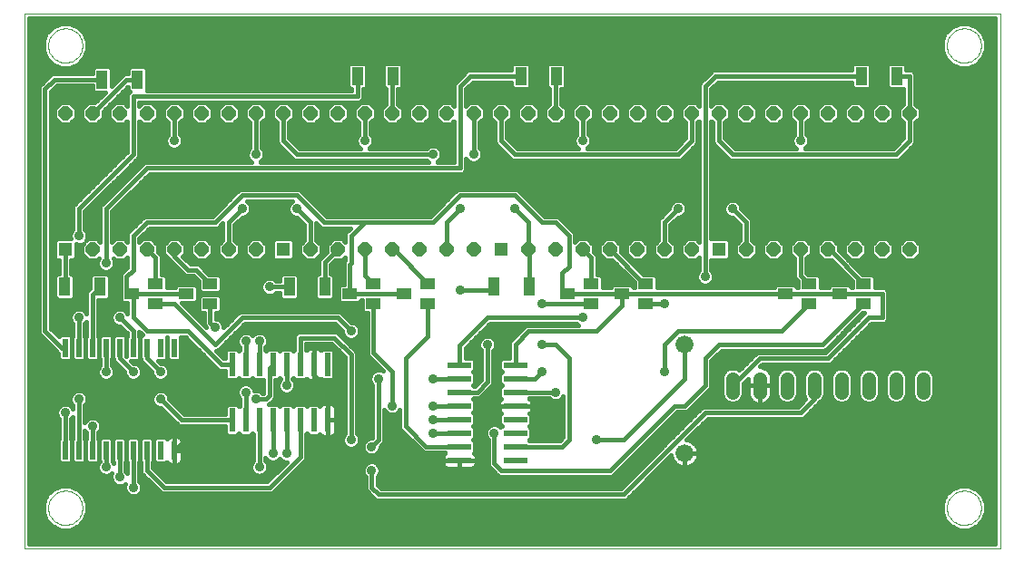
<source format=gtl>
G75*
G70*
%OFA0B0*%
%FSLAX24Y24*%
%IPPOS*%
%LPD*%
%AMOC8*
5,1,8,0,0,1.08239X$1,22.5*
%
%ADD10C,0.0000*%
%ADD11OC8,0.0515*%
%ADD12R,0.0515X0.0515*%
%ADD13R,0.0551X0.0394*%
%ADD14R,0.0866X0.0236*%
%ADD15R,0.0217X0.0689*%
%ADD16R,0.0236X0.0866*%
%ADD17R,0.0433X0.0669*%
%ADD18C,0.0515*%
%ADD19C,0.0660*%
%ADD20C,0.0160*%
%ADD21C,0.0356*%
D10*
X000180Y000180D02*
X000180Y019865D01*
X036007Y019865D01*
X036007Y000180D01*
X000180Y000180D01*
X001050Y001680D02*
X001052Y001730D01*
X001058Y001780D01*
X001068Y001829D01*
X001082Y001877D01*
X001099Y001924D01*
X001120Y001969D01*
X001145Y002013D01*
X001173Y002054D01*
X001205Y002093D01*
X001239Y002130D01*
X001276Y002164D01*
X001316Y002194D01*
X001358Y002221D01*
X001402Y002245D01*
X001448Y002266D01*
X001495Y002282D01*
X001543Y002295D01*
X001593Y002304D01*
X001642Y002309D01*
X001693Y002310D01*
X001743Y002307D01*
X001792Y002300D01*
X001841Y002289D01*
X001889Y002274D01*
X001935Y002256D01*
X001980Y002234D01*
X002023Y002208D01*
X002064Y002179D01*
X002103Y002147D01*
X002139Y002112D01*
X002171Y002074D01*
X002201Y002034D01*
X002228Y001991D01*
X002251Y001947D01*
X002270Y001901D01*
X002286Y001853D01*
X002298Y001804D01*
X002306Y001755D01*
X002310Y001705D01*
X002310Y001655D01*
X002306Y001605D01*
X002298Y001556D01*
X002286Y001507D01*
X002270Y001459D01*
X002251Y001413D01*
X002228Y001369D01*
X002201Y001326D01*
X002171Y001286D01*
X002139Y001248D01*
X002103Y001213D01*
X002064Y001181D01*
X002023Y001152D01*
X001980Y001126D01*
X001935Y001104D01*
X001889Y001086D01*
X001841Y001071D01*
X001792Y001060D01*
X001743Y001053D01*
X001693Y001050D01*
X001642Y001051D01*
X001593Y001056D01*
X001543Y001065D01*
X001495Y001078D01*
X001448Y001094D01*
X001402Y001115D01*
X001358Y001139D01*
X001316Y001166D01*
X001276Y001196D01*
X001239Y001230D01*
X001205Y001267D01*
X001173Y001306D01*
X001145Y001347D01*
X001120Y001391D01*
X001099Y001436D01*
X001082Y001483D01*
X001068Y001531D01*
X001058Y001580D01*
X001052Y001630D01*
X001050Y001680D01*
X001050Y018680D02*
X001052Y018730D01*
X001058Y018780D01*
X001068Y018829D01*
X001082Y018877D01*
X001099Y018924D01*
X001120Y018969D01*
X001145Y019013D01*
X001173Y019054D01*
X001205Y019093D01*
X001239Y019130D01*
X001276Y019164D01*
X001316Y019194D01*
X001358Y019221D01*
X001402Y019245D01*
X001448Y019266D01*
X001495Y019282D01*
X001543Y019295D01*
X001593Y019304D01*
X001642Y019309D01*
X001693Y019310D01*
X001743Y019307D01*
X001792Y019300D01*
X001841Y019289D01*
X001889Y019274D01*
X001935Y019256D01*
X001980Y019234D01*
X002023Y019208D01*
X002064Y019179D01*
X002103Y019147D01*
X002139Y019112D01*
X002171Y019074D01*
X002201Y019034D01*
X002228Y018991D01*
X002251Y018947D01*
X002270Y018901D01*
X002286Y018853D01*
X002298Y018804D01*
X002306Y018755D01*
X002310Y018705D01*
X002310Y018655D01*
X002306Y018605D01*
X002298Y018556D01*
X002286Y018507D01*
X002270Y018459D01*
X002251Y018413D01*
X002228Y018369D01*
X002201Y018326D01*
X002171Y018286D01*
X002139Y018248D01*
X002103Y018213D01*
X002064Y018181D01*
X002023Y018152D01*
X001980Y018126D01*
X001935Y018104D01*
X001889Y018086D01*
X001841Y018071D01*
X001792Y018060D01*
X001743Y018053D01*
X001693Y018050D01*
X001642Y018051D01*
X001593Y018056D01*
X001543Y018065D01*
X001495Y018078D01*
X001448Y018094D01*
X001402Y018115D01*
X001358Y018139D01*
X001316Y018166D01*
X001276Y018196D01*
X001239Y018230D01*
X001205Y018267D01*
X001173Y018306D01*
X001145Y018347D01*
X001120Y018391D01*
X001099Y018436D01*
X001082Y018483D01*
X001068Y018531D01*
X001058Y018580D01*
X001052Y018630D01*
X001050Y018680D01*
X034050Y018680D02*
X034052Y018730D01*
X034058Y018780D01*
X034068Y018829D01*
X034082Y018877D01*
X034099Y018924D01*
X034120Y018969D01*
X034145Y019013D01*
X034173Y019054D01*
X034205Y019093D01*
X034239Y019130D01*
X034276Y019164D01*
X034316Y019194D01*
X034358Y019221D01*
X034402Y019245D01*
X034448Y019266D01*
X034495Y019282D01*
X034543Y019295D01*
X034593Y019304D01*
X034642Y019309D01*
X034693Y019310D01*
X034743Y019307D01*
X034792Y019300D01*
X034841Y019289D01*
X034889Y019274D01*
X034935Y019256D01*
X034980Y019234D01*
X035023Y019208D01*
X035064Y019179D01*
X035103Y019147D01*
X035139Y019112D01*
X035171Y019074D01*
X035201Y019034D01*
X035228Y018991D01*
X035251Y018947D01*
X035270Y018901D01*
X035286Y018853D01*
X035298Y018804D01*
X035306Y018755D01*
X035310Y018705D01*
X035310Y018655D01*
X035306Y018605D01*
X035298Y018556D01*
X035286Y018507D01*
X035270Y018459D01*
X035251Y018413D01*
X035228Y018369D01*
X035201Y018326D01*
X035171Y018286D01*
X035139Y018248D01*
X035103Y018213D01*
X035064Y018181D01*
X035023Y018152D01*
X034980Y018126D01*
X034935Y018104D01*
X034889Y018086D01*
X034841Y018071D01*
X034792Y018060D01*
X034743Y018053D01*
X034693Y018050D01*
X034642Y018051D01*
X034593Y018056D01*
X034543Y018065D01*
X034495Y018078D01*
X034448Y018094D01*
X034402Y018115D01*
X034358Y018139D01*
X034316Y018166D01*
X034276Y018196D01*
X034239Y018230D01*
X034205Y018267D01*
X034173Y018306D01*
X034145Y018347D01*
X034120Y018391D01*
X034099Y018436D01*
X034082Y018483D01*
X034068Y018531D01*
X034058Y018580D01*
X034052Y018630D01*
X034050Y018680D01*
X034050Y001680D02*
X034052Y001730D01*
X034058Y001780D01*
X034068Y001829D01*
X034082Y001877D01*
X034099Y001924D01*
X034120Y001969D01*
X034145Y002013D01*
X034173Y002054D01*
X034205Y002093D01*
X034239Y002130D01*
X034276Y002164D01*
X034316Y002194D01*
X034358Y002221D01*
X034402Y002245D01*
X034448Y002266D01*
X034495Y002282D01*
X034543Y002295D01*
X034593Y002304D01*
X034642Y002309D01*
X034693Y002310D01*
X034743Y002307D01*
X034792Y002300D01*
X034841Y002289D01*
X034889Y002274D01*
X034935Y002256D01*
X034980Y002234D01*
X035023Y002208D01*
X035064Y002179D01*
X035103Y002147D01*
X035139Y002112D01*
X035171Y002074D01*
X035201Y002034D01*
X035228Y001991D01*
X035251Y001947D01*
X035270Y001901D01*
X035286Y001853D01*
X035298Y001804D01*
X035306Y001755D01*
X035310Y001705D01*
X035310Y001655D01*
X035306Y001605D01*
X035298Y001556D01*
X035286Y001507D01*
X035270Y001459D01*
X035251Y001413D01*
X035228Y001369D01*
X035201Y001326D01*
X035171Y001286D01*
X035139Y001248D01*
X035103Y001213D01*
X035064Y001181D01*
X035023Y001152D01*
X034980Y001126D01*
X034935Y001104D01*
X034889Y001086D01*
X034841Y001071D01*
X034792Y001060D01*
X034743Y001053D01*
X034693Y001050D01*
X034642Y001051D01*
X034593Y001056D01*
X034543Y001065D01*
X034495Y001078D01*
X034448Y001094D01*
X034402Y001115D01*
X034358Y001139D01*
X034316Y001166D01*
X034276Y001196D01*
X034239Y001230D01*
X034205Y001267D01*
X034173Y001306D01*
X034145Y001347D01*
X034120Y001391D01*
X034099Y001436D01*
X034082Y001483D01*
X034068Y001531D01*
X034058Y001580D01*
X034052Y001630D01*
X034050Y001680D01*
D11*
X032680Y011180D03*
X031680Y011180D03*
X030680Y011180D03*
X029680Y011180D03*
X028680Y011180D03*
X027680Y011180D03*
X026680Y011180D03*
X024680Y011180D03*
X023680Y011180D03*
X022680Y011180D03*
X021680Y011180D03*
X020680Y011180D03*
X019680Y011180D03*
X018680Y011180D03*
X016680Y011180D03*
X015680Y011180D03*
X014680Y011180D03*
X013680Y011180D03*
X012680Y011180D03*
X011680Y011180D03*
X010680Y011180D03*
X008680Y011180D03*
X007680Y011180D03*
X006680Y011180D03*
X005680Y011180D03*
X004680Y011180D03*
X003680Y011180D03*
X002680Y011180D03*
X002680Y016180D03*
X001680Y016180D03*
X003680Y016180D03*
X004680Y016180D03*
X005680Y016180D03*
X006680Y016180D03*
X007680Y016180D03*
X008680Y016180D03*
X009680Y016180D03*
X010680Y016180D03*
X011680Y016180D03*
X012680Y016180D03*
X013680Y016180D03*
X014680Y016180D03*
X015680Y016180D03*
X016680Y016180D03*
X017680Y016180D03*
X018680Y016180D03*
X019680Y016180D03*
X020680Y016180D03*
X021680Y016180D03*
X022680Y016180D03*
X023680Y016180D03*
X024680Y016180D03*
X025680Y016180D03*
X026680Y016180D03*
X027680Y016180D03*
X028680Y016180D03*
X029680Y016180D03*
X030680Y016180D03*
X031680Y016180D03*
X032680Y016180D03*
D12*
X025680Y011180D03*
X017680Y011180D03*
X009680Y011180D03*
X001680Y011180D03*
D13*
X004122Y009555D03*
X004988Y009181D03*
X006122Y009555D03*
X006988Y009181D03*
X006988Y009929D03*
X004988Y009929D03*
X012122Y009555D03*
X012988Y009181D03*
X012988Y009929D03*
X014122Y009555D03*
X014988Y009181D03*
X014988Y009929D03*
X020122Y009555D03*
X020988Y009181D03*
X020988Y009929D03*
X022122Y009555D03*
X022988Y009181D03*
X022988Y009929D03*
X028122Y009555D03*
X028988Y009181D03*
X030122Y009555D03*
X030988Y009181D03*
X030988Y009929D03*
X028988Y009929D03*
D14*
X018204Y006930D03*
X018204Y006430D03*
X018204Y005930D03*
X018204Y005430D03*
X018204Y004930D03*
X018204Y004430D03*
X018204Y003930D03*
X018204Y003430D03*
X016156Y003430D03*
X016156Y003930D03*
X016156Y004430D03*
X016156Y004930D03*
X016156Y005430D03*
X016156Y005930D03*
X016156Y006430D03*
X016156Y006930D03*
D15*
X005680Y007570D03*
X005180Y007570D03*
X004680Y007570D03*
X004180Y007570D03*
X003680Y007570D03*
X003180Y007570D03*
X002680Y007570D03*
X002180Y007570D03*
X001680Y007570D03*
X001680Y003790D03*
X002180Y003790D03*
X002680Y003790D03*
X003180Y003790D03*
X003680Y003790D03*
X004180Y003790D03*
X004680Y003790D03*
X005180Y003790D03*
X005680Y003790D03*
D16*
X007805Y004906D03*
X008305Y004906D03*
X008805Y004906D03*
X009305Y004906D03*
X009805Y004906D03*
X010305Y004906D03*
X010805Y004906D03*
X011305Y004906D03*
X011305Y006954D03*
X010805Y006954D03*
X010305Y006954D03*
X009805Y006954D03*
X009305Y006954D03*
X008805Y006954D03*
X008305Y006954D03*
X007805Y006954D03*
D17*
X009905Y009805D03*
X011205Y009805D03*
X017405Y009805D03*
X018705Y009805D03*
X018405Y017555D03*
X019705Y017555D03*
X013705Y017555D03*
X012405Y017555D03*
X004330Y017430D03*
X003030Y017430D03*
X002955Y009805D03*
X001655Y009805D03*
X030905Y017555D03*
X032205Y017555D03*
D18*
X032180Y006437D02*
X032180Y005923D01*
X031180Y005923D02*
X031180Y006437D01*
X030180Y006437D02*
X030180Y005923D01*
X029180Y005923D02*
X029180Y006437D01*
X028180Y006437D02*
X028180Y005923D01*
X027180Y005923D02*
X027180Y006437D01*
X026180Y006437D02*
X026180Y005923D01*
X033180Y005923D02*
X033180Y006437D01*
D19*
X024430Y007680D03*
X024430Y003680D03*
D20*
X024940Y003680D01*
X024940Y003720D01*
X024927Y003799D01*
X024903Y003876D01*
X024866Y003947D01*
X024819Y004012D01*
X024762Y004069D01*
X024697Y004116D01*
X024626Y004153D01*
X024549Y004177D01*
X024497Y004186D01*
X025271Y004960D01*
X028771Y004960D01*
X029271Y005460D01*
X029391Y005580D01*
X029405Y005586D01*
X029517Y005697D01*
X029577Y005843D01*
X029577Y006517D01*
X029517Y006663D01*
X029405Y006774D01*
X029259Y006835D01*
X029101Y006835D01*
X028955Y006774D01*
X028843Y006663D01*
X028783Y006517D01*
X028783Y005843D01*
X028843Y005697D01*
X028865Y005676D01*
X028589Y005400D01*
X025089Y005400D01*
X024960Y005271D01*
X022089Y002400D01*
X013271Y002400D01*
X013150Y002521D01*
X013150Y002825D01*
X013200Y002875D01*
X013248Y002992D01*
X013248Y003118D01*
X013200Y003235D01*
X013110Y003325D01*
X012993Y003373D01*
X012867Y003373D01*
X012750Y003325D01*
X012660Y003235D01*
X012612Y003118D01*
X012612Y002992D01*
X012660Y002875D01*
X012710Y002825D01*
X012710Y002339D01*
X012960Y002089D01*
X013089Y001960D01*
X022271Y001960D01*
X023924Y003613D01*
X023933Y003561D01*
X023957Y003484D01*
X023994Y003413D01*
X024041Y003348D01*
X024098Y003291D01*
X024163Y003244D01*
X024234Y003207D01*
X024311Y003183D01*
X024390Y003170D01*
X024430Y003170D01*
X024470Y003170D01*
X024549Y003183D01*
X024626Y003207D01*
X024697Y003244D01*
X024762Y003291D01*
X024819Y003348D01*
X024866Y003413D01*
X024903Y003484D01*
X024927Y003561D01*
X024940Y003640D01*
X024940Y003680D01*
X024430Y003680D01*
X024430Y003680D01*
X024430Y003170D01*
X024430Y003680D01*
X024430Y003680D01*
X024430Y003667D02*
X024430Y003667D01*
X024430Y003509D02*
X024430Y003509D01*
X024430Y003350D02*
X024430Y003350D01*
X024430Y003192D02*
X024430Y003192D01*
X024577Y003192D02*
X035827Y003192D01*
X035827Y003350D02*
X024821Y003350D01*
X024911Y003509D02*
X035827Y003509D01*
X035827Y003667D02*
X024940Y003667D01*
X024919Y003826D02*
X035827Y003826D01*
X035827Y003984D02*
X024840Y003984D01*
X024646Y004143D02*
X035827Y004143D01*
X035827Y004301D02*
X024612Y004301D01*
X024771Y004460D02*
X035827Y004460D01*
X035827Y004618D02*
X024929Y004618D01*
X025088Y004777D02*
X035827Y004777D01*
X035827Y004935D02*
X025246Y004935D01*
X025180Y005180D02*
X028680Y005180D01*
X029180Y005680D01*
X029180Y006180D01*
X029577Y006203D02*
X029783Y006203D01*
X029783Y006045D02*
X029577Y006045D01*
X029577Y005886D02*
X029783Y005886D01*
X029783Y005843D02*
X029843Y005697D01*
X029955Y005586D01*
X030101Y005525D01*
X030259Y005525D01*
X030405Y005586D01*
X030517Y005697D01*
X030577Y005843D01*
X030577Y006517D01*
X030517Y006663D01*
X030405Y006774D01*
X030259Y006835D01*
X030101Y006835D01*
X029955Y006774D01*
X029843Y006663D01*
X029783Y006517D01*
X029783Y005843D01*
X029831Y005728D02*
X029529Y005728D01*
X029380Y005569D02*
X029995Y005569D01*
X030365Y005569D02*
X030995Y005569D01*
X030955Y005586D02*
X031101Y005525D01*
X031259Y005525D01*
X031405Y005586D01*
X031517Y005697D01*
X031577Y005843D01*
X031577Y006517D01*
X031517Y006663D01*
X031405Y006774D01*
X031259Y006835D01*
X031101Y006835D01*
X030955Y006774D01*
X030843Y006663D01*
X030783Y006517D01*
X030783Y005843D01*
X030843Y005697D01*
X030955Y005586D01*
X030831Y005728D02*
X030529Y005728D01*
X030577Y005886D02*
X030783Y005886D01*
X030783Y006045D02*
X030577Y006045D01*
X030577Y006203D02*
X030783Y006203D01*
X030783Y006362D02*
X030577Y006362D01*
X030576Y006520D02*
X030784Y006520D01*
X030859Y006679D02*
X030501Y006679D01*
X029859Y006679D02*
X029501Y006679D01*
X029576Y006520D02*
X029784Y006520D01*
X029783Y006362D02*
X029577Y006362D01*
X028859Y006679D02*
X028501Y006679D01*
X028517Y006663D02*
X028405Y006774D01*
X028259Y006835D01*
X028101Y006835D01*
X027955Y006774D01*
X027843Y006663D01*
X027783Y006517D01*
X027783Y005843D01*
X027843Y005697D01*
X027955Y005586D01*
X028101Y005525D01*
X028259Y005525D01*
X028405Y005586D01*
X028517Y005697D01*
X028577Y005843D01*
X028577Y006517D01*
X028517Y006663D01*
X028576Y006520D02*
X028784Y006520D01*
X028783Y006362D02*
X028577Y006362D01*
X028577Y006203D02*
X028783Y006203D01*
X028783Y006045D02*
X028577Y006045D01*
X028577Y005886D02*
X028783Y005886D01*
X028831Y005728D02*
X028529Y005728D01*
X028365Y005569D02*
X028758Y005569D01*
X028599Y005411D02*
X024722Y005411D01*
X024650Y005339D02*
X025400Y006089D01*
X025400Y007089D01*
X025771Y007460D01*
X029578Y007460D01*
X029707Y007589D01*
X030962Y008844D01*
X031033Y008844D01*
X030960Y008771D01*
X029589Y007400D01*
X027089Y007400D01*
X026960Y007271D01*
X026434Y006745D01*
X026405Y006774D01*
X026259Y006835D01*
X026101Y006835D01*
X025955Y006774D01*
X025843Y006663D01*
X025783Y006517D01*
X025783Y005843D01*
X025843Y005697D01*
X025955Y005586D01*
X026101Y005525D01*
X026259Y005525D01*
X026405Y005586D01*
X026517Y005697D01*
X026577Y005843D01*
X026577Y006266D01*
X026743Y006431D01*
X026743Y006180D01*
X026743Y005888D01*
X026753Y005820D01*
X026775Y005755D01*
X026806Y005693D01*
X026846Y005638D01*
X026895Y005589D01*
X026951Y005548D01*
X027012Y005517D01*
X027078Y005496D01*
X027146Y005485D01*
X027180Y005485D01*
X027180Y006180D01*
X027617Y006180D01*
X027617Y006472D01*
X027607Y006540D01*
X027585Y006605D01*
X027554Y006667D01*
X027514Y006722D01*
X027465Y006771D01*
X027409Y006812D01*
X027348Y006843D01*
X027282Y006864D01*
X027214Y006875D01*
X027186Y006875D01*
X027271Y006960D01*
X029771Y006960D01*
X031271Y008460D01*
X031771Y008460D01*
X031900Y008589D01*
X031900Y009646D01*
X031771Y009775D01*
X031404Y009775D01*
X031404Y010184D01*
X031322Y010266D01*
X030962Y010266D01*
X030077Y011151D01*
X030077Y011345D01*
X029845Y011577D01*
X029515Y011577D01*
X029283Y011345D01*
X029283Y011015D01*
X029515Y010783D01*
X029823Y010783D01*
X030572Y010033D01*
X030572Y009775D01*
X030538Y009775D01*
X030538Y009810D01*
X030456Y009892D01*
X029788Y009892D01*
X029706Y009810D01*
X029706Y009775D01*
X029404Y009775D01*
X029404Y010184D01*
X029322Y010266D01*
X028962Y010266D01*
X028900Y010328D01*
X028900Y010838D01*
X029077Y011015D01*
X029077Y011345D01*
X028845Y011577D01*
X028515Y011577D01*
X028283Y011345D01*
X028283Y011015D01*
X028460Y010838D01*
X028460Y010146D01*
X028572Y010033D01*
X028572Y009775D01*
X028538Y009775D01*
X028538Y009810D01*
X028456Y009892D01*
X027788Y009892D01*
X027706Y009810D01*
X027706Y009775D01*
X023404Y009775D01*
X023404Y010184D01*
X023322Y010266D01*
X022905Y010266D01*
X022077Y011094D01*
X022077Y011345D01*
X021845Y011577D01*
X021515Y011577D01*
X021283Y011345D01*
X021283Y011015D01*
X021515Y010783D01*
X021766Y010783D01*
X022572Y009976D01*
X022572Y009775D01*
X022538Y009775D01*
X022538Y009810D01*
X022456Y009892D01*
X021788Y009892D01*
X021706Y009810D01*
X021706Y009775D01*
X021404Y009775D01*
X021404Y010184D01*
X021322Y010266D01*
X021208Y010266D01*
X021208Y010963D01*
X021077Y011094D01*
X021077Y011345D01*
X020845Y011577D01*
X020515Y011577D01*
X020400Y011462D01*
X020400Y011771D01*
X020271Y011900D01*
X019771Y012400D01*
X019271Y012400D01*
X018271Y013400D01*
X016089Y013400D01*
X015960Y013271D01*
X015089Y012400D01*
X011271Y012400D01*
X010400Y013271D01*
X010400Y013271D01*
X010271Y013400D01*
X008089Y013400D01*
X007960Y013271D01*
X007089Y012400D01*
X004589Y012400D01*
X004460Y012271D01*
X003960Y011771D01*
X003960Y011462D01*
X003845Y011577D01*
X003515Y011577D01*
X003400Y011462D01*
X003400Y012589D01*
X004771Y013960D01*
X016271Y013960D01*
X016400Y014089D01*
X016400Y014525D01*
X016410Y014500D01*
X016500Y014410D01*
X016617Y014362D01*
X016743Y014362D01*
X016860Y014410D01*
X016950Y014500D01*
X016998Y014617D01*
X016998Y014743D01*
X016950Y014860D01*
X016900Y014910D01*
X016900Y015838D01*
X017077Y016015D01*
X017077Y016345D01*
X016845Y016577D01*
X016515Y016577D01*
X016400Y016462D01*
X016400Y017089D01*
X016646Y017335D01*
X018049Y017335D01*
X018049Y017162D01*
X018131Y017080D01*
X018680Y017080D01*
X018762Y017162D01*
X018762Y017948D01*
X018680Y018030D01*
X018131Y018030D01*
X018049Y017948D01*
X018049Y017775D01*
X016464Y017775D01*
X016089Y017400D01*
X015960Y017271D01*
X015960Y016462D01*
X015845Y016577D01*
X015515Y016577D01*
X015283Y016345D01*
X015283Y016015D01*
X015515Y015783D01*
X015845Y015783D01*
X015960Y015898D01*
X015960Y014400D01*
X015335Y014400D01*
X015360Y014410D01*
X015450Y014500D01*
X015498Y014617D01*
X015498Y014743D01*
X015450Y014860D01*
X015360Y014950D01*
X015243Y014998D01*
X015117Y014998D01*
X015000Y014950D01*
X014950Y014900D01*
X012835Y014900D01*
X012860Y014910D01*
X012950Y015000D01*
X012998Y015117D01*
X012998Y015243D01*
X012950Y015360D01*
X012900Y015410D01*
X012900Y015838D01*
X013077Y016015D01*
X013077Y016345D01*
X012845Y016577D01*
X012515Y016577D01*
X012283Y016345D01*
X012283Y016015D01*
X012460Y015838D01*
X012460Y015410D01*
X012410Y015360D01*
X012362Y015243D01*
X012362Y015117D01*
X012410Y015000D01*
X012500Y014910D01*
X012525Y014900D01*
X010271Y014900D01*
X009900Y015271D01*
X009900Y015838D01*
X010077Y016015D01*
X010077Y016345D01*
X009845Y016577D01*
X009515Y016577D01*
X009283Y016345D01*
X009283Y016015D01*
X009460Y015838D01*
X009460Y015089D01*
X009960Y014589D01*
X010089Y014460D01*
X014950Y014460D01*
X015000Y014410D01*
X015025Y014400D01*
X008835Y014400D01*
X008860Y014410D01*
X008950Y014500D01*
X008998Y014617D01*
X008998Y014743D01*
X008950Y014860D01*
X008900Y014910D01*
X008900Y015838D01*
X009077Y016015D01*
X009077Y016345D01*
X008845Y016577D01*
X008515Y016577D01*
X008283Y016345D01*
X008283Y016015D01*
X008460Y015838D01*
X008460Y014910D01*
X008410Y014860D01*
X008362Y014743D01*
X008362Y014617D01*
X008410Y014500D01*
X008500Y014410D01*
X008525Y014400D01*
X004589Y014400D01*
X003089Y012900D01*
X002960Y012771D01*
X002960Y011462D01*
X002845Y011577D01*
X002515Y011577D01*
X002458Y011520D01*
X002498Y011617D01*
X002498Y011743D01*
X002450Y011860D01*
X002400Y011910D01*
X002400Y012589D01*
X004271Y014460D01*
X004400Y014589D01*
X004400Y015898D01*
X004515Y015783D01*
X004845Y015783D01*
X005077Y016015D01*
X005077Y016345D01*
X004845Y016577D01*
X004515Y016577D01*
X004400Y016462D01*
X004400Y016585D01*
X012497Y016585D01*
X012625Y016714D01*
X012625Y017080D01*
X012680Y017080D01*
X012762Y017162D01*
X012762Y017948D01*
X012680Y018030D01*
X012131Y018030D01*
X012049Y017948D01*
X012049Y017162D01*
X012131Y017080D01*
X012185Y017080D01*
X012185Y017025D01*
X004674Y017025D01*
X004686Y017037D01*
X004686Y017823D01*
X004604Y017905D01*
X004055Y017905D01*
X003973Y017823D01*
X003973Y017650D01*
X003839Y017650D01*
X003387Y017198D01*
X003387Y017823D01*
X003305Y017905D01*
X002756Y017905D01*
X002674Y017823D01*
X002674Y017650D01*
X001189Y017650D01*
X000710Y017171D01*
X000710Y008089D01*
X001320Y007479D01*
X001432Y007367D01*
X001432Y007167D01*
X001514Y007085D01*
X001846Y007085D01*
X001928Y007167D01*
X001928Y007972D01*
X001846Y008054D01*
X001514Y008054D01*
X001440Y007981D01*
X001150Y008271D01*
X001150Y016988D01*
X001372Y017210D01*
X002674Y017210D01*
X002674Y017037D01*
X002756Y016955D01*
X003144Y016955D01*
X002766Y016577D01*
X002515Y016577D01*
X002283Y016345D01*
X002283Y016015D01*
X002515Y015783D01*
X002845Y015783D01*
X003077Y016015D01*
X003077Y016266D01*
X003973Y017162D01*
X003973Y017037D01*
X004037Y016973D01*
X003960Y016896D01*
X003960Y016462D01*
X003845Y016577D01*
X003515Y016577D01*
X003283Y016345D01*
X003283Y016015D01*
X003515Y015783D01*
X003845Y015783D01*
X003960Y015898D01*
X003960Y014771D01*
X001960Y012771D01*
X001960Y011910D01*
X001910Y011860D01*
X001862Y011743D01*
X001862Y011617D01*
X001878Y011577D01*
X001365Y011577D01*
X001283Y011495D01*
X001283Y010865D01*
X001365Y010783D01*
X001460Y010783D01*
X001460Y010280D01*
X001381Y010280D01*
X001299Y010198D01*
X001299Y009412D01*
X001381Y009330D01*
X001930Y009330D01*
X002012Y009412D01*
X002012Y010198D01*
X001930Y010280D01*
X001900Y010280D01*
X001900Y010783D01*
X001995Y010783D01*
X002077Y010865D01*
X002077Y011378D01*
X002117Y011362D01*
X002243Y011362D01*
X002340Y011402D01*
X002283Y011345D01*
X002283Y011015D01*
X002515Y010783D01*
X002845Y010783D01*
X002902Y010840D01*
X002862Y010743D01*
X002862Y010617D01*
X002910Y010500D01*
X003000Y010410D01*
X003117Y010362D01*
X003243Y010362D01*
X003360Y010410D01*
X003450Y010500D01*
X003498Y010617D01*
X003498Y010743D01*
X003458Y010840D01*
X003515Y010783D01*
X003845Y010783D01*
X003960Y010898D01*
X003960Y010521D01*
X003710Y010271D01*
X003710Y009814D01*
X003706Y009810D01*
X003706Y009300D01*
X003788Y009218D01*
X003960Y009218D01*
X003960Y008835D01*
X003950Y008860D01*
X003860Y008950D01*
X003743Y008998D01*
X003617Y008998D01*
X003500Y008950D01*
X003410Y008860D01*
X003362Y008743D01*
X003362Y008617D01*
X003410Y008500D01*
X003500Y008410D01*
X003617Y008362D01*
X003687Y008362D01*
X003960Y008089D01*
X003960Y008001D01*
X003932Y007972D01*
X003932Y007239D01*
X003928Y007243D01*
X003928Y007972D01*
X003846Y008054D01*
X003514Y008054D01*
X003432Y007972D01*
X003432Y007167D01*
X003460Y007139D01*
X003460Y007089D01*
X003862Y006687D01*
X003862Y006617D01*
X003910Y006500D01*
X004000Y006410D01*
X004117Y006362D01*
X004243Y006362D01*
X004360Y006410D01*
X004450Y006500D01*
X004498Y006617D01*
X004498Y006743D01*
X004450Y006860D01*
X004360Y006950D01*
X004243Y006998D01*
X004173Y006998D01*
X004086Y007085D01*
X004346Y007085D01*
X004428Y007167D01*
X004428Y007972D01*
X004400Y008001D01*
X004400Y008149D01*
X004504Y008045D01*
X004432Y007972D01*
X004432Y007167D01*
X004460Y007139D01*
X004460Y007089D01*
X004862Y006687D01*
X004862Y006617D01*
X004910Y006500D01*
X005000Y006410D01*
X005117Y006362D01*
X005243Y006362D01*
X005360Y006410D01*
X005450Y006500D01*
X005498Y006617D01*
X005498Y006743D01*
X005450Y006860D01*
X005360Y006950D01*
X005243Y006998D01*
X005173Y006998D01*
X005086Y007085D01*
X005346Y007085D01*
X005428Y007167D01*
X005428Y007960D01*
X005432Y007960D01*
X005432Y007167D01*
X005514Y007085D01*
X005846Y007085D01*
X005928Y007167D01*
X005928Y007960D01*
X006089Y007960D01*
X007315Y006734D01*
X007547Y006734D01*
X007547Y006463D01*
X007629Y006381D01*
X007981Y006381D01*
X008055Y006454D01*
X008129Y006381D01*
X008481Y006381D01*
X008555Y006454D01*
X008629Y006381D01*
X008960Y006381D01*
X008960Y005900D01*
X008910Y005900D01*
X008860Y005950D01*
X008743Y005998D01*
X008621Y005998D01*
X008575Y006110D01*
X008485Y006200D01*
X008368Y006248D01*
X008242Y006248D01*
X008125Y006200D01*
X008035Y006110D01*
X007987Y005993D01*
X007987Y005867D01*
X008035Y005750D01*
X008085Y005700D01*
X008085Y005436D01*
X008055Y005406D01*
X007981Y005479D01*
X007629Y005479D01*
X007547Y005397D01*
X007547Y005126D01*
X006045Y005126D01*
X005498Y005673D01*
X005498Y005743D01*
X005450Y005860D01*
X005360Y005950D01*
X005243Y005998D01*
X005117Y005998D01*
X005000Y005950D01*
X004910Y005860D01*
X004862Y005743D01*
X004862Y005617D01*
X004910Y005500D01*
X005000Y005410D01*
X005117Y005362D01*
X005187Y005362D01*
X005734Y004815D01*
X005862Y004686D01*
X007547Y004686D01*
X007547Y004415D01*
X007629Y004333D01*
X007981Y004333D01*
X008055Y004407D01*
X008129Y004333D01*
X008481Y004333D01*
X008555Y004407D01*
X008585Y004377D01*
X008585Y003410D01*
X008535Y003360D01*
X008487Y003243D01*
X008487Y003117D01*
X008535Y003000D01*
X008625Y002910D01*
X008742Y002862D01*
X008868Y002862D01*
X008985Y002910D01*
X009075Y003000D01*
X009123Y003117D01*
X009123Y003243D01*
X009075Y003360D01*
X009025Y003410D01*
X009025Y003525D01*
X009035Y003500D01*
X009125Y003410D01*
X009242Y003362D01*
X009368Y003362D01*
X009485Y003410D01*
X009555Y003480D01*
X009625Y003410D01*
X009742Y003362D01*
X009801Y003362D01*
X009089Y002650D01*
X005396Y002650D01*
X004900Y003146D01*
X004900Y003359D01*
X004928Y003388D01*
X004928Y004193D01*
X004846Y004275D01*
X004514Y004275D01*
X004432Y004193D01*
X004432Y003388D01*
X004460Y003359D01*
X004460Y002964D01*
X005085Y002339D01*
X005214Y002210D01*
X009271Y002210D01*
X010396Y003335D01*
X010525Y003464D01*
X010525Y004377D01*
X010555Y004407D01*
X010629Y004333D01*
X010981Y004333D01*
X011031Y004383D01*
X011043Y004363D01*
X011076Y004329D01*
X011117Y004306D01*
X011163Y004293D01*
X011305Y004293D01*
X011305Y004906D01*
X011305Y004293D01*
X011447Y004293D01*
X011493Y004306D01*
X011534Y004329D01*
X011567Y004363D01*
X011591Y004404D01*
X011603Y004450D01*
X011603Y004906D01*
X011305Y004906D01*
X011305Y004906D01*
X011305Y004906D01*
X011305Y006055D01*
X010805Y006555D01*
X010805Y006954D01*
X010805Y007567D01*
X010663Y007567D01*
X010617Y007554D01*
X010576Y007531D01*
X010543Y007497D01*
X010531Y007477D01*
X010525Y007483D01*
X010525Y007710D01*
X011464Y007710D01*
X011960Y007214D01*
X011960Y004410D01*
X011910Y004360D01*
X011862Y004243D01*
X011862Y004117D01*
X011910Y004000D01*
X012000Y003910D01*
X012117Y003862D01*
X012243Y003862D01*
X012360Y003910D01*
X012450Y004000D01*
X012498Y004117D01*
X012498Y004243D01*
X012450Y004360D01*
X012400Y004410D01*
X012400Y007396D01*
X012271Y007525D01*
X011646Y008150D01*
X010214Y008150D01*
X010085Y008021D01*
X010085Y007483D01*
X010055Y007453D01*
X009981Y007527D01*
X009629Y007527D01*
X009555Y007453D01*
X009481Y007527D01*
X009129Y007527D01*
X009055Y007453D01*
X009025Y007483D01*
X009025Y007575D01*
X009075Y007625D01*
X009123Y007742D01*
X009123Y007868D01*
X009075Y007985D01*
X008985Y008075D01*
X008868Y008123D01*
X008742Y008123D01*
X008625Y008075D01*
X008555Y008005D01*
X008485Y008075D01*
X008368Y008123D01*
X008242Y008123D01*
X008125Y008075D01*
X008035Y007985D01*
X007987Y007868D01*
X007987Y007742D01*
X008035Y007625D01*
X008085Y007575D01*
X008085Y007483D01*
X008055Y007453D01*
X007981Y007527D01*
X007629Y007527D01*
X007547Y007445D01*
X007547Y007174D01*
X007498Y007174D01*
X007211Y007460D01*
X007271Y007460D01*
X008271Y008460D01*
X011589Y008460D01*
X011862Y008187D01*
X011862Y008117D01*
X011910Y008000D01*
X012000Y007910D01*
X012117Y007862D01*
X012243Y007862D01*
X012360Y007910D01*
X012450Y008000D01*
X012498Y008117D01*
X012498Y008243D01*
X012450Y008360D01*
X012360Y008450D01*
X012243Y008498D01*
X012173Y008498D01*
X011900Y008771D01*
X011771Y008900D01*
X008089Y008900D01*
X007960Y008771D01*
X007498Y008309D01*
X007498Y008368D01*
X007450Y008485D01*
X007360Y008575D01*
X007243Y008623D01*
X007208Y008623D01*
X007208Y008844D01*
X007322Y008844D01*
X007404Y008926D01*
X007404Y009436D01*
X007322Y009518D01*
X006654Y009518D01*
X006572Y009436D01*
X006572Y008926D01*
X006654Y008844D01*
X006768Y008844D01*
X006768Y008406D01*
X006862Y008312D01*
X006862Y008309D01*
X005953Y009218D01*
X006456Y009218D01*
X006538Y009300D01*
X006538Y009810D01*
X006456Y009892D01*
X005788Y009892D01*
X005706Y009810D01*
X005706Y009775D01*
X005404Y009775D01*
X005404Y010184D01*
X005322Y010266D01*
X005208Y010266D01*
X005208Y010963D01*
X005079Y011092D01*
X005077Y011094D01*
X005077Y011345D01*
X004845Y011577D01*
X004515Y011577D01*
X004400Y011462D01*
X004400Y011589D01*
X004771Y011960D01*
X007271Y011960D01*
X007460Y012149D01*
X007460Y011522D01*
X007283Y011345D01*
X007283Y011015D01*
X007515Y010783D01*
X007845Y010783D01*
X008077Y011015D01*
X008077Y011345D01*
X007900Y011522D01*
X007900Y012089D01*
X008173Y012362D01*
X008243Y012362D01*
X008360Y012410D01*
X008450Y012500D01*
X008498Y012617D01*
X008498Y012743D01*
X008450Y012860D01*
X009910Y012860D01*
X009862Y012743D01*
X009862Y012617D01*
X009910Y012500D01*
X010000Y012410D01*
X010117Y012362D01*
X010187Y012362D01*
X010460Y012089D01*
X010460Y011522D01*
X010283Y011345D01*
X010283Y011015D01*
X010515Y010783D01*
X010845Y010783D01*
X011077Y011015D01*
X011077Y011345D01*
X010900Y011522D01*
X010900Y012149D01*
X010960Y012089D01*
X010960Y012089D01*
X011089Y011960D01*
X012149Y011960D01*
X011960Y011771D01*
X011960Y011462D01*
X011845Y011577D01*
X011515Y011577D01*
X011283Y011345D01*
X011283Y011094D01*
X010985Y010796D01*
X010985Y010280D01*
X010930Y010280D01*
X010848Y010198D01*
X010848Y009412D01*
X010930Y009330D01*
X011479Y009330D01*
X011561Y009412D01*
X011561Y010198D01*
X011479Y010280D01*
X011425Y010280D01*
X011425Y010613D01*
X011594Y010783D01*
X011845Y010783D01*
X011960Y010898D01*
X011960Y010771D01*
X011902Y010713D01*
X011902Y009892D01*
X011788Y009892D01*
X011706Y009810D01*
X011706Y009300D01*
X011788Y009218D01*
X012456Y009218D01*
X012538Y009300D01*
X012538Y009335D01*
X012572Y009335D01*
X012572Y008926D01*
X012654Y008844D01*
X012768Y008844D01*
X012768Y007281D01*
X013341Y006707D01*
X013243Y006748D01*
X013117Y006748D01*
X013000Y006700D01*
X012910Y006610D01*
X012862Y006493D01*
X012862Y006367D01*
X012910Y006250D01*
X012960Y006200D01*
X012960Y004271D01*
X012937Y004248D01*
X012867Y004248D01*
X012750Y004200D01*
X012660Y004110D01*
X012612Y003993D01*
X012612Y003867D01*
X012660Y003750D01*
X012750Y003660D01*
X012867Y003612D01*
X012993Y003612D01*
X013110Y003660D01*
X013200Y003750D01*
X013248Y003867D01*
X013248Y003937D01*
X013400Y004089D01*
X013400Y005275D01*
X013410Y005250D01*
X013500Y005160D01*
X013617Y005112D01*
X013743Y005112D01*
X013860Y005160D01*
X013950Y005250D01*
X013960Y005275D01*
X013960Y004589D01*
X014089Y004460D01*
X014839Y003710D01*
X015627Y003710D01*
X015633Y003704D01*
X015613Y003692D01*
X015579Y003659D01*
X015556Y003618D01*
X015543Y003572D01*
X015543Y003430D01*
X016156Y003430D01*
X015543Y003430D01*
X015543Y003288D01*
X015556Y003242D01*
X015579Y003201D01*
X015613Y003168D01*
X015654Y003144D01*
X015700Y003132D01*
X016156Y003132D01*
X016156Y003430D01*
X016156Y003430D01*
X016156Y003430D01*
X016805Y003430D01*
X017555Y002680D01*
X021680Y002680D01*
X021771Y002835D02*
X021900Y002964D01*
X024146Y005210D01*
X024521Y005210D01*
X024650Y005339D01*
X024563Y005252D02*
X024941Y005252D01*
X024782Y005094D02*
X024030Y005094D01*
X023871Y004935D02*
X024624Y004935D01*
X024465Y004777D02*
X023713Y004777D01*
X023554Y004618D02*
X024307Y004618D01*
X024148Y004460D02*
X023396Y004460D01*
X023237Y004301D02*
X023990Y004301D01*
X023831Y004143D02*
X023079Y004143D01*
X022920Y003984D02*
X023673Y003984D01*
X023514Y003826D02*
X022762Y003826D01*
X022603Y003667D02*
X023356Y003667D01*
X023197Y003509D02*
X022445Y003509D01*
X022286Y003350D02*
X023039Y003350D01*
X022880Y003192D02*
X022128Y003192D01*
X021969Y003033D02*
X022722Y003033D01*
X022563Y002875D02*
X021811Y002875D01*
X021771Y002835D02*
X017589Y002835D01*
X017339Y003085D01*
X017210Y003214D01*
X017210Y004200D01*
X017160Y004250D01*
X017112Y004367D01*
X017112Y004493D01*
X017160Y004610D01*
X017250Y004700D01*
X017367Y004748D01*
X017493Y004748D01*
X017610Y004700D01*
X017667Y004643D01*
X017704Y004680D01*
X017631Y004754D01*
X017631Y005106D01*
X017680Y005156D01*
X017660Y005168D01*
X017627Y005201D01*
X017603Y005242D01*
X017591Y005288D01*
X017591Y005430D01*
X018204Y005430D01*
X018817Y005430D01*
X018817Y005572D01*
X018804Y005618D01*
X018781Y005659D01*
X018747Y005692D01*
X018727Y005704D01*
X018733Y005710D01*
X019450Y005710D01*
X019500Y005660D01*
X019617Y005612D01*
X019743Y005612D01*
X019860Y005660D01*
X019950Y005750D01*
X019960Y005775D01*
X019960Y004271D01*
X019839Y004150D01*
X018733Y004150D01*
X018703Y004180D01*
X018777Y004254D01*
X018777Y004606D01*
X018703Y004680D01*
X018777Y004754D01*
X018777Y005106D01*
X018727Y005156D01*
X018747Y005168D01*
X018781Y005201D01*
X018804Y005242D01*
X018817Y005288D01*
X018817Y005430D01*
X018204Y005430D01*
X018204Y005430D01*
X017680Y005430D01*
X017055Y004930D01*
X017055Y003680D01*
X016805Y003430D01*
X016769Y003430D02*
X016769Y003572D01*
X016757Y003618D01*
X016733Y003659D01*
X016700Y003692D01*
X016680Y003704D01*
X016729Y003754D01*
X016729Y004106D01*
X016656Y004180D01*
X016729Y004254D01*
X016729Y004606D01*
X016656Y004680D01*
X016729Y004754D01*
X016729Y005106D01*
X016656Y005180D01*
X016729Y005254D01*
X016729Y005606D01*
X016656Y005680D01*
X016686Y005710D01*
X016896Y005710D01*
X017025Y005839D01*
X017400Y006214D01*
X017400Y007450D01*
X017450Y007500D01*
X017498Y007617D01*
X017498Y007743D01*
X017450Y007860D01*
X017360Y007950D01*
X017243Y007998D01*
X017117Y007998D01*
X017000Y007950D01*
X016910Y007860D01*
X016862Y007743D01*
X016862Y007617D01*
X016910Y007500D01*
X016960Y007450D01*
X016960Y006396D01*
X016714Y006150D01*
X016686Y006150D01*
X016656Y006180D01*
X016729Y006254D01*
X016729Y006606D01*
X016656Y006680D01*
X016729Y006754D01*
X016729Y007106D01*
X016647Y007188D01*
X016376Y007188D01*
X016376Y007565D01*
X017271Y008460D01*
X020450Y008460D01*
X020500Y008410D01*
X020525Y008400D01*
X018589Y008400D01*
X017984Y007795D01*
X017984Y007188D01*
X017713Y007188D01*
X017631Y007106D01*
X017631Y006754D01*
X017704Y006680D01*
X017631Y006606D01*
X017631Y006254D01*
X017704Y006180D01*
X017631Y006106D01*
X017631Y005754D01*
X017680Y005704D01*
X017660Y005692D01*
X017627Y005659D01*
X017603Y005618D01*
X017591Y005572D01*
X017591Y005430D01*
X018204Y005430D01*
X018204Y005430D01*
X018817Y005411D02*
X019960Y005411D01*
X019960Y005569D02*
X018817Y005569D01*
X018807Y005252D02*
X019960Y005252D01*
X019960Y005094D02*
X018777Y005094D01*
X018777Y004935D02*
X019960Y004935D01*
X019960Y004777D02*
X018777Y004777D01*
X018765Y004618D02*
X019960Y004618D01*
X019960Y004460D02*
X018777Y004460D01*
X018777Y004301D02*
X019960Y004301D01*
X020180Y004180D02*
X020180Y007180D01*
X019680Y007680D01*
X019180Y007680D01*
X018680Y008180D02*
X018204Y007704D01*
X018204Y006930D01*
X017984Y007313D02*
X017400Y007313D01*
X017400Y007154D02*
X017678Y007154D01*
X017631Y006996D02*
X017400Y006996D01*
X017400Y006837D02*
X017631Y006837D01*
X017703Y006679D02*
X017400Y006679D01*
X017400Y006520D02*
X017631Y006520D01*
X017631Y006362D02*
X017400Y006362D01*
X017389Y006203D02*
X017681Y006203D01*
X017631Y006045D02*
X017231Y006045D01*
X017072Y005886D02*
X017631Y005886D01*
X017657Y005728D02*
X016914Y005728D01*
X016805Y005930D02*
X016156Y005930D01*
X016156Y005430D02*
X015180Y005430D01*
X015180Y004930D02*
X016156Y004930D01*
X016156Y004430D02*
X015180Y004430D01*
X014930Y003930D02*
X014180Y004680D01*
X014180Y007180D01*
X014988Y007988D01*
X014988Y009181D01*
X014122Y009555D02*
X012122Y009555D01*
X012122Y010622D01*
X012180Y010680D01*
X012180Y011680D01*
X012680Y012180D01*
X011180Y012180D01*
X010180Y013180D01*
X008180Y013180D01*
X007180Y012180D01*
X004680Y012180D01*
X004180Y011680D01*
X004180Y010430D01*
X003930Y010180D01*
X003930Y009747D01*
X004122Y009555D01*
X004180Y009497D01*
X004180Y008680D01*
X004680Y008180D01*
X006180Y008180D01*
X007406Y006954D01*
X007805Y006954D01*
X007547Y006679D02*
X005498Y006679D01*
X005459Y006837D02*
X007212Y006837D01*
X007053Y006996D02*
X005250Y006996D01*
X005415Y007154D02*
X005445Y007154D01*
X005428Y007313D02*
X005432Y007313D01*
X005428Y007471D02*
X005432Y007471D01*
X005428Y007630D02*
X005432Y007630D01*
X005428Y007788D02*
X005432Y007788D01*
X005428Y007947D02*
X005432Y007947D01*
X005928Y007947D02*
X006102Y007947D01*
X006261Y007788D02*
X005928Y007788D01*
X005928Y007630D02*
X006419Y007630D01*
X006578Y007471D02*
X005928Y007471D01*
X005928Y007313D02*
X006736Y007313D01*
X006895Y007154D02*
X005915Y007154D01*
X005180Y006680D02*
X004680Y007180D01*
X004680Y007570D01*
X004432Y007630D02*
X004428Y007630D01*
X004428Y007788D02*
X004432Y007788D01*
X004428Y007947D02*
X004432Y007947D01*
X004444Y008105D02*
X004400Y008105D01*
X004180Y008180D02*
X004180Y007570D01*
X003932Y007630D02*
X003928Y007630D01*
X003928Y007788D02*
X003932Y007788D01*
X003928Y007947D02*
X003932Y007947D01*
X003944Y008105D02*
X002900Y008105D01*
X002900Y008001D02*
X002900Y009330D01*
X003229Y009330D01*
X003311Y009412D01*
X003311Y010198D01*
X003229Y010280D01*
X002680Y010280D01*
X002598Y010198D01*
X002598Y009760D01*
X002460Y009622D01*
X002460Y008835D01*
X002450Y008860D01*
X002360Y008950D01*
X002243Y008998D01*
X002117Y008998D01*
X002000Y008950D01*
X001910Y008860D01*
X001862Y008743D01*
X001862Y008617D01*
X001910Y008500D01*
X001960Y008450D01*
X001960Y008001D01*
X001932Y007972D01*
X001932Y007167D01*
X002014Y007085D01*
X002346Y007085D01*
X002428Y007167D01*
X002428Y007972D01*
X002400Y008001D01*
X002400Y008450D01*
X002450Y008500D01*
X002460Y008525D01*
X002460Y008001D01*
X002432Y007972D01*
X002432Y007167D01*
X002514Y007085D01*
X002846Y007085D01*
X002928Y007167D01*
X002928Y007972D01*
X002900Y008001D01*
X002932Y007972D02*
X002932Y007167D01*
X002960Y007139D01*
X002960Y006910D01*
X002910Y006860D01*
X002862Y006743D01*
X002862Y006617D01*
X002910Y006500D01*
X003000Y006410D01*
X003117Y006362D01*
X003243Y006362D01*
X003360Y006410D01*
X003450Y006500D01*
X003498Y006617D01*
X003498Y006743D01*
X003450Y006860D01*
X003400Y006910D01*
X003400Y007139D01*
X003428Y007167D01*
X003428Y007972D01*
X003346Y008054D01*
X003014Y008054D01*
X002932Y007972D01*
X002928Y007947D02*
X002932Y007947D01*
X002928Y007788D02*
X002932Y007788D01*
X002928Y007630D02*
X002932Y007630D01*
X002928Y007471D02*
X002932Y007471D01*
X002928Y007313D02*
X002932Y007313D01*
X002915Y007154D02*
X002945Y007154D01*
X002960Y006996D02*
X000360Y006996D01*
X000360Y007154D02*
X001445Y007154D01*
X001432Y007313D02*
X000360Y007313D01*
X000360Y007471D02*
X001328Y007471D01*
X001169Y007630D02*
X000360Y007630D01*
X000360Y007788D02*
X001011Y007788D01*
X000852Y007947D02*
X000360Y007947D01*
X000360Y008105D02*
X000710Y008105D01*
X000710Y008264D02*
X000360Y008264D01*
X000360Y008422D02*
X000710Y008422D01*
X000710Y008581D02*
X000360Y008581D01*
X000360Y008739D02*
X000710Y008739D01*
X000710Y008898D02*
X000360Y008898D01*
X000360Y009056D02*
X000710Y009056D01*
X000710Y009215D02*
X000360Y009215D01*
X000360Y009373D02*
X000710Y009373D01*
X000710Y009532D02*
X000360Y009532D01*
X000360Y009690D02*
X000710Y009690D01*
X000710Y009849D02*
X000360Y009849D01*
X000360Y010007D02*
X000710Y010007D01*
X000710Y010166D02*
X000360Y010166D01*
X000360Y010324D02*
X000710Y010324D01*
X000710Y010483D02*
X000360Y010483D01*
X000360Y010641D02*
X000710Y010641D01*
X000710Y010800D02*
X000360Y010800D01*
X000360Y010958D02*
X000710Y010958D01*
X000710Y011117D02*
X000360Y011117D01*
X000360Y011275D02*
X000710Y011275D01*
X000710Y011434D02*
X000360Y011434D01*
X000360Y011592D02*
X000710Y011592D01*
X000710Y011751D02*
X000360Y011751D01*
X000360Y011909D02*
X000710Y011909D01*
X000710Y012068D02*
X000360Y012068D01*
X000360Y012226D02*
X000710Y012226D01*
X000710Y012385D02*
X000360Y012385D01*
X000360Y012543D02*
X000710Y012543D01*
X000710Y012702D02*
X000360Y012702D01*
X000360Y012860D02*
X000710Y012860D01*
X000710Y013019D02*
X000360Y013019D01*
X000360Y013177D02*
X000710Y013177D01*
X000710Y013336D02*
X000360Y013336D01*
X000360Y013494D02*
X000710Y013494D01*
X000710Y013653D02*
X000360Y013653D01*
X000360Y013811D02*
X000710Y013811D01*
X000710Y013970D02*
X000360Y013970D01*
X000360Y014128D02*
X000710Y014128D01*
X000710Y014287D02*
X000360Y014287D01*
X000360Y014445D02*
X000710Y014445D01*
X000710Y014604D02*
X000360Y014604D01*
X000360Y014762D02*
X000710Y014762D01*
X000710Y014921D02*
X000360Y014921D01*
X000360Y015079D02*
X000710Y015079D01*
X000710Y015238D02*
X000360Y015238D01*
X000360Y015396D02*
X000710Y015396D01*
X000710Y015555D02*
X000360Y015555D01*
X000360Y015713D02*
X000710Y015713D01*
X000710Y015872D02*
X000360Y015872D01*
X000360Y016030D02*
X000710Y016030D01*
X000710Y016189D02*
X000360Y016189D01*
X000360Y016347D02*
X000710Y016347D01*
X000710Y016506D02*
X000360Y016506D01*
X000360Y016664D02*
X000710Y016664D01*
X000710Y016823D02*
X000360Y016823D01*
X000360Y016981D02*
X000710Y016981D01*
X000710Y017140D02*
X000360Y017140D01*
X000360Y017298D02*
X000837Y017298D01*
X000996Y017457D02*
X000360Y017457D01*
X000360Y017615D02*
X001154Y017615D01*
X001280Y017430D02*
X000930Y017080D01*
X000930Y008180D01*
X001540Y007570D01*
X001680Y007570D01*
X001928Y007630D02*
X001932Y007630D01*
X001928Y007788D02*
X001932Y007788D01*
X001928Y007947D02*
X001932Y007947D01*
X001960Y008105D02*
X001316Y008105D01*
X001158Y008264D02*
X001960Y008264D01*
X001960Y008422D02*
X001150Y008422D01*
X001150Y008581D02*
X001877Y008581D01*
X001862Y008739D02*
X001150Y008739D01*
X001150Y008898D02*
X001948Y008898D01*
X002180Y008680D02*
X002180Y007570D01*
X002428Y007630D02*
X002432Y007630D01*
X002428Y007788D02*
X002432Y007788D01*
X002428Y007947D02*
X002432Y007947D01*
X002460Y008105D02*
X002400Y008105D01*
X002400Y008264D02*
X002460Y008264D01*
X002460Y008422D02*
X002400Y008422D01*
X002412Y008898D02*
X002460Y008898D01*
X002460Y009056D02*
X001150Y009056D01*
X001150Y009215D02*
X002460Y009215D01*
X002460Y009373D02*
X001973Y009373D01*
X002012Y009532D02*
X002460Y009532D01*
X002528Y009690D02*
X002012Y009690D01*
X002012Y009849D02*
X002598Y009849D01*
X002598Y010007D02*
X002012Y010007D01*
X002012Y010166D02*
X002598Y010166D01*
X002928Y010483D02*
X001900Y010483D01*
X001900Y010641D02*
X002862Y010641D01*
X002862Y010800D02*
X002885Y010800D01*
X003180Y010680D02*
X003180Y012680D01*
X004680Y014180D01*
X016180Y014180D01*
X016180Y017180D01*
X016555Y017555D01*
X018405Y017555D01*
X018762Y017615D02*
X019348Y017615D01*
X019348Y017457D02*
X018762Y017457D01*
X018762Y017298D02*
X019348Y017298D01*
X019348Y017162D02*
X019430Y017080D01*
X019460Y017080D01*
X019460Y016522D01*
X019283Y016345D01*
X019283Y016015D01*
X019515Y015783D01*
X019845Y015783D01*
X020077Y016015D01*
X020077Y016345D01*
X019900Y016522D01*
X019900Y017080D01*
X019979Y017080D01*
X020061Y017162D01*
X020061Y017948D01*
X019979Y018030D01*
X019430Y018030D01*
X019348Y017948D01*
X019348Y017162D01*
X019371Y017140D02*
X018739Y017140D01*
X018072Y017140D02*
X016451Y017140D01*
X016400Y016981D02*
X019460Y016981D01*
X019460Y016823D02*
X016400Y016823D01*
X016400Y016664D02*
X019460Y016664D01*
X019443Y016506D02*
X018917Y016506D01*
X018845Y016577D02*
X018515Y016577D01*
X018283Y016345D01*
X018283Y016015D01*
X018515Y015783D01*
X018845Y015783D01*
X019077Y016015D01*
X019077Y016345D01*
X018845Y016577D01*
X019075Y016347D02*
X019285Y016347D01*
X019283Y016189D02*
X019077Y016189D01*
X019077Y016030D02*
X019283Y016030D01*
X019426Y015872D02*
X018934Y015872D01*
X018426Y015872D02*
X017934Y015872D01*
X017900Y015838D02*
X018077Y016015D01*
X018077Y016345D01*
X017845Y016577D01*
X017515Y016577D01*
X017283Y016345D01*
X017283Y016015D01*
X017460Y015838D01*
X017460Y015089D01*
X017960Y014589D01*
X018089Y014460D01*
X024271Y014460D01*
X024771Y014960D01*
X024900Y015089D01*
X024900Y015838D01*
X024960Y015898D01*
X024960Y011462D01*
X024845Y011577D01*
X024515Y011577D01*
X024283Y011345D01*
X024283Y011015D01*
X024515Y010783D01*
X024845Y010783D01*
X024960Y010898D01*
X024960Y010410D01*
X024910Y010360D01*
X024862Y010243D01*
X024862Y010117D01*
X024910Y010000D01*
X025000Y009910D01*
X025117Y009862D01*
X025243Y009862D01*
X025360Y009910D01*
X025450Y010000D01*
X025498Y010117D01*
X025498Y010243D01*
X025450Y010360D01*
X025400Y010410D01*
X025400Y010783D01*
X025995Y010783D01*
X026077Y010865D01*
X026077Y011495D01*
X025995Y011577D01*
X025400Y011577D01*
X025400Y015898D01*
X025460Y015838D01*
X025460Y015089D01*
X025960Y014589D01*
X026089Y014460D01*
X032271Y014460D01*
X032771Y014960D01*
X032900Y015089D01*
X032900Y015838D01*
X033077Y016015D01*
X033077Y016345D01*
X032900Y016522D01*
X032900Y017646D01*
X032771Y017775D01*
X032561Y017775D01*
X032561Y017948D01*
X032479Y018030D01*
X031930Y018030D01*
X031848Y017948D01*
X031848Y017162D01*
X031930Y017080D01*
X032460Y017080D01*
X032460Y016522D01*
X032283Y016345D01*
X032283Y016015D01*
X032460Y015838D01*
X032460Y015271D01*
X032089Y014900D01*
X028835Y014900D01*
X028860Y014910D01*
X028950Y015000D01*
X028998Y015117D01*
X028998Y015243D01*
X028950Y015360D01*
X028900Y015410D01*
X028900Y015838D01*
X029077Y016015D01*
X029077Y016345D01*
X028845Y016577D01*
X028515Y016577D01*
X028283Y016345D01*
X028283Y016015D01*
X028460Y015838D01*
X028460Y015410D01*
X028410Y015360D01*
X028362Y015243D01*
X028362Y015117D01*
X028410Y015000D01*
X028500Y014910D01*
X028525Y014900D01*
X026271Y014900D01*
X025900Y015271D01*
X025900Y015838D01*
X026077Y016015D01*
X026077Y016345D01*
X025845Y016577D01*
X025515Y016577D01*
X025400Y016462D01*
X025400Y017089D01*
X025646Y017335D01*
X030549Y017335D01*
X030549Y017162D01*
X030631Y017080D01*
X031180Y017080D01*
X031262Y017162D01*
X031262Y017948D01*
X031180Y018030D01*
X030631Y018030D01*
X030549Y017948D01*
X030549Y017775D01*
X025464Y017775D01*
X025335Y017646D01*
X024960Y017271D01*
X024960Y016462D01*
X024845Y016577D01*
X024515Y016577D01*
X024283Y016345D01*
X024283Y016015D01*
X024460Y015838D01*
X024460Y015271D01*
X024089Y014900D01*
X020835Y014900D01*
X020860Y014910D01*
X020950Y015000D01*
X020998Y015117D01*
X020998Y015243D01*
X020950Y015360D01*
X020900Y015410D01*
X020900Y015838D01*
X021077Y016015D01*
X021077Y016345D01*
X020845Y016577D01*
X020515Y016577D01*
X020283Y016345D01*
X020283Y016015D01*
X020460Y015838D01*
X020460Y015410D01*
X020410Y015360D01*
X020362Y015243D01*
X020362Y015117D01*
X020410Y015000D01*
X020500Y014910D01*
X020525Y014900D01*
X018271Y014900D01*
X017900Y015271D01*
X017900Y015838D01*
X017900Y015713D02*
X020460Y015713D01*
X020460Y015555D02*
X017900Y015555D01*
X017900Y015396D02*
X020446Y015396D01*
X020362Y015238D02*
X017934Y015238D01*
X018092Y015079D02*
X020378Y015079D01*
X020490Y014921D02*
X018251Y014921D01*
X018180Y014680D02*
X024180Y014680D01*
X024680Y015180D01*
X024680Y016180D01*
X024283Y016189D02*
X024077Y016189D01*
X024077Y016345D02*
X024077Y016015D01*
X023845Y015783D01*
X023515Y015783D01*
X023283Y016015D01*
X023283Y016345D01*
X023515Y016577D01*
X023845Y016577D01*
X024077Y016345D01*
X024075Y016347D02*
X024285Y016347D01*
X024443Y016506D02*
X023917Y016506D01*
X023443Y016506D02*
X022917Y016506D01*
X022845Y016577D02*
X022515Y016577D01*
X022283Y016345D01*
X022283Y016015D01*
X022515Y015783D01*
X022845Y015783D01*
X023077Y016015D01*
X023077Y016345D01*
X022845Y016577D01*
X023075Y016347D02*
X023285Y016347D01*
X023283Y016189D02*
X023077Y016189D01*
X023077Y016030D02*
X023283Y016030D01*
X023426Y015872D02*
X022934Y015872D01*
X022426Y015872D02*
X021934Y015872D01*
X021845Y015783D02*
X021515Y015783D01*
X021283Y016015D01*
X021283Y016345D01*
X021515Y016577D01*
X021845Y016577D01*
X022077Y016345D01*
X022077Y016015D01*
X021845Y015783D01*
X022077Y016030D02*
X022283Y016030D01*
X022283Y016189D02*
X022077Y016189D01*
X022075Y016347D02*
X022285Y016347D01*
X022443Y016506D02*
X021917Y016506D01*
X021443Y016506D02*
X020917Y016506D01*
X021075Y016347D02*
X021285Y016347D01*
X021283Y016189D02*
X021077Y016189D01*
X021077Y016030D02*
X021283Y016030D01*
X021426Y015872D02*
X020934Y015872D01*
X020900Y015713D02*
X024460Y015713D01*
X024460Y015555D02*
X020900Y015555D01*
X020914Y015396D02*
X024460Y015396D01*
X024426Y015238D02*
X020998Y015238D01*
X020982Y015079D02*
X024268Y015079D01*
X024109Y014921D02*
X020870Y014921D01*
X020680Y015180D02*
X020680Y016180D01*
X020283Y016189D02*
X020077Y016189D01*
X020075Y016347D02*
X020285Y016347D01*
X020443Y016506D02*
X019917Y016506D01*
X019900Y016664D02*
X024960Y016664D01*
X024960Y016506D02*
X024917Y016506D01*
X024960Y016823D02*
X019900Y016823D01*
X019900Y016981D02*
X024960Y016981D01*
X024960Y017140D02*
X020038Y017140D01*
X020061Y017298D02*
X024987Y017298D01*
X025145Y017457D02*
X020061Y017457D01*
X020061Y017615D02*
X025304Y017615D01*
X025462Y017774D02*
X020061Y017774D01*
X020061Y017932D02*
X030549Y017932D01*
X030905Y017555D02*
X025555Y017555D01*
X025180Y017180D01*
X025180Y010180D01*
X025498Y010166D02*
X028460Y010166D01*
X028460Y010324D02*
X025465Y010324D01*
X025400Y010483D02*
X028460Y010483D01*
X028460Y010641D02*
X025400Y010641D01*
X026012Y010800D02*
X026498Y010800D01*
X026515Y010783D02*
X026845Y010783D01*
X027077Y011015D01*
X027077Y011345D01*
X026900Y011522D01*
X026900Y012271D01*
X026771Y012400D01*
X026498Y012673D01*
X026498Y012743D01*
X026450Y012860D01*
X035827Y012860D01*
X035827Y012702D02*
X026498Y012702D01*
X026450Y012860D02*
X026360Y012950D01*
X026243Y012998D01*
X026117Y012998D01*
X026000Y012950D01*
X025910Y012860D01*
X025400Y012860D01*
X025400Y012702D02*
X025862Y012702D01*
X025862Y012743D02*
X025862Y012617D01*
X025910Y012500D01*
X026000Y012410D01*
X026117Y012362D01*
X026187Y012362D01*
X026460Y012089D01*
X026460Y011522D01*
X026283Y011345D01*
X026283Y011015D01*
X026515Y010783D01*
X026340Y010958D02*
X026077Y010958D01*
X026077Y011117D02*
X026283Y011117D01*
X026283Y011275D02*
X026077Y011275D01*
X026077Y011434D02*
X026371Y011434D01*
X026460Y011592D02*
X025400Y011592D01*
X025400Y011751D02*
X026460Y011751D01*
X026460Y011909D02*
X025400Y011909D01*
X025400Y012068D02*
X026460Y012068D01*
X026323Y012226D02*
X025400Y012226D01*
X025400Y012385D02*
X026062Y012385D01*
X025892Y012543D02*
X025400Y012543D01*
X025862Y012743D02*
X025910Y012860D01*
X026180Y012680D02*
X026680Y012180D01*
X026680Y011180D01*
X027077Y011117D02*
X027283Y011117D01*
X027283Y011015D02*
X027515Y010783D01*
X027845Y010783D01*
X028077Y011015D01*
X028077Y011345D01*
X027845Y011577D01*
X027515Y011577D01*
X027283Y011345D01*
X027283Y011015D01*
X027340Y010958D02*
X027020Y010958D01*
X026862Y010800D02*
X027498Y010800D01*
X027862Y010800D02*
X028460Y010800D01*
X028340Y010958D02*
X028020Y010958D01*
X028077Y011117D02*
X028283Y011117D01*
X028283Y011275D02*
X028077Y011275D01*
X027989Y011434D02*
X028371Y011434D01*
X028680Y011180D02*
X028680Y010237D01*
X028988Y009929D01*
X029404Y010007D02*
X030572Y010007D01*
X030572Y009849D02*
X030499Y009849D01*
X030440Y010166D02*
X029404Y010166D01*
X029404Y009849D02*
X029745Y009849D01*
X030122Y009555D02*
X031680Y009555D01*
X031680Y008680D01*
X031180Y008680D01*
X029680Y007180D01*
X027180Y007180D01*
X026180Y006180D01*
X026577Y006203D02*
X026743Y006203D01*
X026743Y006180D02*
X027180Y006180D01*
X027180Y006180D01*
X027617Y006180D01*
X027617Y005888D01*
X027607Y005820D01*
X027585Y005755D01*
X027554Y005693D01*
X027514Y005638D01*
X027465Y005589D01*
X027409Y005548D01*
X027348Y005517D01*
X027282Y005496D01*
X027214Y005485D01*
X027180Y005485D01*
X027180Y006180D01*
X027180Y006180D01*
X027180Y006180D01*
X026743Y006180D01*
X026743Y006045D02*
X026577Y006045D01*
X026577Y005886D02*
X026743Y005886D01*
X026788Y005728D02*
X026529Y005728D01*
X026365Y005569D02*
X026922Y005569D01*
X027180Y005569D02*
X027180Y005569D01*
X027180Y005728D02*
X027180Y005728D01*
X027180Y005886D02*
X027180Y005886D01*
X027180Y006045D02*
X027180Y006045D01*
X027617Y006045D02*
X027783Y006045D01*
X027783Y006203D02*
X027617Y006203D01*
X027617Y006362D02*
X027783Y006362D01*
X027784Y006520D02*
X027610Y006520D01*
X027546Y006679D02*
X027859Y006679D01*
X027360Y006837D02*
X035827Y006837D01*
X035827Y006679D02*
X033501Y006679D01*
X033517Y006663D02*
X033405Y006774D01*
X033259Y006835D01*
X033101Y006835D01*
X032955Y006774D01*
X032843Y006663D01*
X032783Y006517D01*
X032783Y005843D01*
X032843Y005697D01*
X032955Y005586D01*
X033101Y005525D01*
X033259Y005525D01*
X033405Y005586D01*
X033517Y005697D01*
X033577Y005843D01*
X033577Y006517D01*
X033517Y006663D01*
X033576Y006520D02*
X035827Y006520D01*
X035827Y006362D02*
X033577Y006362D01*
X033577Y006203D02*
X035827Y006203D01*
X035827Y006045D02*
X033577Y006045D01*
X033577Y005886D02*
X035827Y005886D01*
X035827Y005728D02*
X033529Y005728D01*
X033365Y005569D02*
X035827Y005569D01*
X035827Y005411D02*
X029222Y005411D01*
X029063Y005252D02*
X035827Y005252D01*
X035827Y005094D02*
X028905Y005094D01*
X027995Y005569D02*
X027438Y005569D01*
X027572Y005728D02*
X027831Y005728D01*
X027783Y005886D02*
X027617Y005886D01*
X026743Y006362D02*
X026673Y006362D01*
X025859Y006679D02*
X025400Y006679D01*
X025400Y006837D02*
X026526Y006837D01*
X026684Y006996D02*
X025400Y006996D01*
X025465Y007154D02*
X026843Y007154D01*
X027001Y007313D02*
X025624Y007313D01*
X025680Y007680D02*
X025180Y007180D01*
X025180Y006180D01*
X024430Y005430D01*
X024055Y005430D01*
X021680Y003055D01*
X017680Y003055D01*
X017430Y003305D01*
X017430Y004430D01*
X017139Y004301D02*
X016729Y004301D01*
X016729Y004460D02*
X017112Y004460D01*
X017168Y004618D02*
X016718Y004618D01*
X016729Y004777D02*
X017631Y004777D01*
X017631Y004935D02*
X016729Y004935D01*
X016729Y005094D02*
X017631Y005094D01*
X017600Y005252D02*
X016728Y005252D01*
X016729Y005411D02*
X017591Y005411D01*
X017591Y005569D02*
X016729Y005569D01*
X016805Y005930D02*
X017180Y006305D01*
X017180Y007680D01*
X016880Y007788D02*
X016599Y007788D01*
X016441Y007630D02*
X016862Y007630D01*
X016939Y007471D02*
X016376Y007471D01*
X016376Y007313D02*
X016960Y007313D01*
X016960Y007154D02*
X016682Y007154D01*
X016729Y006996D02*
X016960Y006996D01*
X016960Y006837D02*
X016729Y006837D01*
X016657Y006679D02*
X016960Y006679D01*
X016960Y006520D02*
X016729Y006520D01*
X016729Y006362D02*
X016925Y006362D01*
X016767Y006203D02*
X016679Y006203D01*
X016156Y006430D02*
X015180Y006430D01*
X016156Y006930D02*
X016156Y007656D01*
X017180Y008680D01*
X020680Y008680D01*
X020488Y008422D02*
X017233Y008422D01*
X017075Y008264D02*
X018452Y008264D01*
X018294Y008105D02*
X016916Y008105D01*
X016997Y007947D02*
X016758Y007947D01*
X017363Y007947D02*
X018135Y007947D01*
X017984Y007788D02*
X017480Y007788D01*
X017498Y007630D02*
X017984Y007630D01*
X017984Y007471D02*
X017421Y007471D01*
X018680Y008180D02*
X021180Y008180D01*
X022122Y009122D01*
X022122Y009555D01*
X028122Y009555D01*
X030122Y009555D01*
X030988Y009181D02*
X029487Y007680D01*
X025680Y007680D01*
X024430Y007680D02*
X024430Y006430D01*
X022180Y004180D01*
X021180Y004180D01*
X020180Y004180D02*
X019930Y003930D01*
X018204Y003930D01*
X017210Y003984D02*
X016729Y003984D01*
X016729Y003826D02*
X017210Y003826D01*
X017210Y003667D02*
X016725Y003667D01*
X016769Y003509D02*
X017210Y003509D01*
X017210Y003350D02*
X016769Y003350D01*
X016769Y003288D02*
X016769Y003430D01*
X016156Y003430D01*
X011680Y003430D01*
X011305Y003805D01*
X011305Y004055D01*
X011305Y004906D01*
X011603Y004906D01*
X011603Y005363D01*
X011591Y005409D01*
X011567Y005450D01*
X011534Y005483D01*
X011493Y005507D01*
X011447Y005519D01*
X011305Y005519D01*
X011163Y005519D01*
X011117Y005507D01*
X011076Y005483D01*
X011043Y005450D01*
X011031Y005430D01*
X010981Y005479D01*
X010629Y005479D01*
X010555Y005406D01*
X010481Y005479D01*
X010129Y005479D01*
X010055Y005406D01*
X009981Y005479D01*
X009629Y005479D01*
X009555Y005406D01*
X009481Y005479D01*
X009166Y005479D01*
X009275Y005589D01*
X009400Y005714D01*
X009400Y006381D01*
X009481Y006381D01*
X009555Y006454D01*
X009585Y006424D01*
X009585Y006410D01*
X009535Y006360D01*
X009487Y006243D01*
X009487Y006117D01*
X009535Y006000D01*
X009625Y005910D01*
X009742Y005862D01*
X009868Y005862D01*
X009985Y005910D01*
X010075Y006000D01*
X010123Y006117D01*
X010123Y006243D01*
X010075Y006360D01*
X010025Y006410D01*
X010025Y006424D01*
X010055Y006454D01*
X010129Y006381D01*
X010481Y006381D01*
X010531Y006430D01*
X010543Y006410D01*
X010576Y006377D01*
X010617Y006353D01*
X010663Y006341D01*
X010805Y006341D01*
X010947Y006341D01*
X010993Y006353D01*
X011034Y006377D01*
X011067Y006410D01*
X011079Y006430D01*
X011129Y006381D01*
X011481Y006381D01*
X011563Y006463D01*
X011563Y007445D01*
X011481Y007527D01*
X011129Y007527D01*
X011079Y007477D01*
X011067Y007497D01*
X011034Y007531D01*
X010993Y007554D01*
X010947Y007567D01*
X010805Y007567D01*
X010805Y006954D01*
X010805Y006954D01*
X010805Y006341D01*
X010805Y006954D01*
X010805Y006954D01*
X010805Y006996D02*
X010805Y006996D01*
X010805Y007154D02*
X010805Y007154D01*
X010805Y007313D02*
X010805Y007313D01*
X010805Y007471D02*
X010805Y007471D01*
X010525Y007630D02*
X011544Y007630D01*
X011537Y007471D02*
X011703Y007471D01*
X011563Y007313D02*
X011861Y007313D01*
X011960Y007154D02*
X011563Y007154D01*
X011563Y006996D02*
X011960Y006996D01*
X011960Y006837D02*
X011563Y006837D01*
X011563Y006679D02*
X011960Y006679D01*
X011960Y006520D02*
X011563Y006520D01*
X011960Y006362D02*
X011008Y006362D01*
X010805Y006362D02*
X010805Y006362D01*
X010805Y006520D02*
X010805Y006520D01*
X010805Y006679D02*
X010805Y006679D01*
X010805Y006837D02*
X010805Y006837D01*
X010305Y006954D02*
X010305Y007930D01*
X011555Y007930D01*
X012180Y007305D01*
X012180Y004180D01*
X011886Y004301D02*
X011476Y004301D01*
X011305Y004301D02*
X011305Y004301D01*
X011305Y004460D02*
X011305Y004460D01*
X011305Y004618D02*
X011305Y004618D01*
X011305Y004777D02*
X011305Y004777D01*
X011305Y004906D02*
X011305Y005519D01*
X011305Y004906D01*
X011305Y004906D01*
X011305Y004935D02*
X011305Y004935D01*
X011305Y005094D02*
X011305Y005094D01*
X011305Y005252D02*
X011305Y005252D01*
X011305Y005411D02*
X011305Y005411D01*
X011590Y005411D02*
X011960Y005411D01*
X011960Y005569D02*
X009255Y005569D01*
X009400Y005728D02*
X011960Y005728D01*
X011960Y005886D02*
X009927Y005886D01*
X010093Y006045D02*
X011960Y006045D01*
X011960Y006203D02*
X010123Y006203D01*
X010073Y006362D02*
X010602Y006362D01*
X009805Y006180D02*
X009805Y006954D01*
X009305Y006954D02*
X009180Y006829D01*
X009180Y005805D01*
X009055Y005680D01*
X008680Y005680D01*
X008305Y005930D02*
X008305Y004906D01*
X007805Y004906D02*
X005954Y004906D01*
X005180Y005680D01*
X004882Y005569D02*
X002478Y005569D01*
X002498Y005617D02*
X002450Y005500D01*
X002400Y005450D01*
X002400Y004835D01*
X002410Y004860D01*
X002500Y004950D01*
X002617Y004998D01*
X002743Y004998D01*
X002860Y004950D01*
X002950Y004860D01*
X002998Y004743D01*
X002998Y004617D01*
X002950Y004500D01*
X002900Y004450D01*
X002900Y004221D01*
X002928Y004193D01*
X002928Y003388D01*
X002846Y003306D01*
X002514Y003306D01*
X002432Y003388D01*
X002432Y004193D01*
X002460Y004221D01*
X002460Y004450D01*
X002410Y004500D01*
X002400Y004525D01*
X002400Y004221D01*
X002428Y004193D01*
X002428Y003388D01*
X002346Y003306D01*
X002014Y003306D01*
X001932Y003388D01*
X001932Y004193D01*
X001960Y004221D01*
X001960Y005025D01*
X001950Y005000D01*
X001900Y004950D01*
X001900Y004221D01*
X001928Y004193D01*
X001928Y003388D01*
X001846Y003306D01*
X001514Y003306D01*
X001432Y003388D01*
X001432Y004193D01*
X001460Y004221D01*
X001460Y004950D01*
X001410Y005000D01*
X001362Y005117D01*
X001362Y005243D01*
X001410Y005360D01*
X001500Y005450D01*
X001617Y005498D01*
X001743Y005498D01*
X001860Y005450D01*
X001950Y005360D01*
X001960Y005335D01*
X001960Y005450D01*
X001910Y005500D01*
X001862Y005617D01*
X001862Y005743D01*
X001910Y005860D01*
X002000Y005950D01*
X002117Y005998D01*
X002243Y005998D01*
X002360Y005950D01*
X002450Y005860D01*
X002498Y005743D01*
X002498Y005617D01*
X002498Y005728D02*
X004862Y005728D01*
X004936Y005886D02*
X002424Y005886D01*
X002180Y005680D02*
X002180Y003790D01*
X002428Y003826D02*
X002432Y003826D01*
X002428Y003984D02*
X002432Y003984D01*
X002428Y004143D02*
X002432Y004143D01*
X002460Y004301D02*
X002400Y004301D01*
X002400Y004460D02*
X002451Y004460D01*
X002680Y004680D02*
X002680Y003790D01*
X002928Y003826D02*
X002932Y003826D01*
X002928Y003984D02*
X002932Y003984D01*
X002928Y004143D02*
X002932Y004143D01*
X002932Y004193D02*
X002932Y003388D01*
X002935Y003385D01*
X002910Y003360D01*
X002862Y003243D01*
X002862Y003117D01*
X002910Y003000D01*
X003000Y002910D01*
X003117Y002862D01*
X003243Y002862D01*
X003360Y002910D01*
X003393Y002943D01*
X003362Y002868D01*
X003362Y002742D01*
X003410Y002625D01*
X003500Y002535D01*
X003617Y002487D01*
X003743Y002487D01*
X003860Y002535D01*
X003893Y002568D01*
X003862Y002493D01*
X003862Y002367D01*
X003910Y002250D01*
X004000Y002160D01*
X004117Y002112D01*
X004243Y002112D01*
X004360Y002160D01*
X004450Y002250D01*
X004498Y002367D01*
X004498Y002493D01*
X004450Y002610D01*
X004400Y002660D01*
X004400Y003359D01*
X004428Y003388D01*
X004428Y004193D01*
X004346Y004275D01*
X004014Y004275D01*
X003932Y004193D01*
X003932Y003388D01*
X003960Y003359D01*
X003960Y002960D01*
X003950Y002985D01*
X003900Y003035D01*
X003900Y003359D01*
X003928Y003388D01*
X003928Y004193D01*
X003846Y004275D01*
X003514Y004275D01*
X003432Y004193D01*
X003432Y003388D01*
X003460Y003359D01*
X003460Y003335D01*
X003450Y003360D01*
X003425Y003385D01*
X003428Y003388D01*
X003428Y004193D01*
X003346Y004275D01*
X003014Y004275D01*
X002932Y004193D01*
X002900Y004301D02*
X005500Y004301D01*
X005502Y004302D02*
X005461Y004279D01*
X005428Y004245D01*
X005409Y004212D01*
X005346Y004275D01*
X005014Y004275D01*
X004932Y004193D01*
X004932Y003388D01*
X005014Y003306D01*
X005346Y003306D01*
X005409Y003368D01*
X005428Y003335D01*
X005461Y003302D01*
X005502Y003278D01*
X005548Y003266D01*
X005680Y003266D01*
X005812Y003266D01*
X005858Y003278D01*
X005899Y003302D01*
X005932Y003335D01*
X005956Y003376D01*
X005968Y003422D01*
X005968Y003790D01*
X005680Y003790D01*
X005680Y003266D01*
X005680Y003790D01*
X005680Y003790D01*
X005680Y003790D01*
X005945Y004055D01*
X007180Y004055D01*
X007547Y004460D02*
X002909Y004460D01*
X002998Y004618D02*
X007547Y004618D01*
X007547Y005252D02*
X005919Y005252D01*
X005761Y005411D02*
X007560Y005411D01*
X008050Y005411D02*
X008060Y005411D01*
X008085Y005569D02*
X005602Y005569D01*
X005498Y005728D02*
X008058Y005728D01*
X007987Y005886D02*
X005424Y005886D01*
X005458Y006520D02*
X007547Y006520D01*
X008008Y006045D02*
X000360Y006045D01*
X000360Y006203D02*
X008133Y006203D01*
X008477Y006203D02*
X008960Y006203D01*
X008960Y006045D02*
X008602Y006045D01*
X008960Y006362D02*
X000360Y006362D01*
X000360Y006520D02*
X002902Y006520D01*
X002862Y006679D02*
X000360Y006679D01*
X000360Y006837D02*
X002901Y006837D01*
X003180Y006680D02*
X003180Y007570D01*
X003428Y007630D02*
X003432Y007630D01*
X003428Y007788D02*
X003432Y007788D01*
X003428Y007947D02*
X003432Y007947D01*
X003680Y007570D02*
X003680Y007180D01*
X004180Y006680D01*
X004498Y006679D02*
X004862Y006679D01*
X004902Y006520D02*
X004458Y006520D01*
X004459Y006837D02*
X004712Y006837D01*
X004553Y006996D02*
X004250Y006996D01*
X004415Y007154D02*
X004445Y007154D01*
X004428Y007313D02*
X004432Y007313D01*
X004428Y007471D02*
X004432Y007471D01*
X003932Y007471D02*
X003928Y007471D01*
X003928Y007313D02*
X003932Y007313D01*
X003432Y007313D02*
X003428Y007313D01*
X003428Y007471D02*
X003432Y007471D01*
X003415Y007154D02*
X003445Y007154D01*
X003400Y006996D02*
X003553Y006996D01*
X003459Y006837D02*
X003712Y006837D01*
X003862Y006679D02*
X003498Y006679D01*
X003458Y006520D02*
X003902Y006520D01*
X002445Y007154D02*
X002415Y007154D01*
X002428Y007313D02*
X002432Y007313D01*
X002428Y007471D02*
X002432Y007471D01*
X002680Y007570D02*
X002680Y009530D01*
X002955Y009805D01*
X003311Y009849D02*
X003710Y009849D01*
X003710Y010007D02*
X003311Y010007D01*
X003311Y010166D02*
X003710Y010166D01*
X003763Y010324D02*
X001900Y010324D01*
X001460Y010324D02*
X001150Y010324D01*
X001150Y010166D02*
X001299Y010166D01*
X001299Y010007D02*
X001150Y010007D01*
X001150Y009849D02*
X001299Y009849D01*
X001299Y009690D02*
X001150Y009690D01*
X001150Y009532D02*
X001299Y009532D01*
X001338Y009373D02*
X001150Y009373D01*
X001655Y009805D02*
X001680Y009805D01*
X001680Y011180D01*
X002077Y011117D02*
X002283Y011117D01*
X002283Y011275D02*
X002077Y011275D01*
X001872Y011592D02*
X001150Y011592D01*
X001150Y011434D02*
X001283Y011434D01*
X001283Y011275D02*
X001150Y011275D01*
X001150Y011117D02*
X001283Y011117D01*
X001283Y010958D02*
X001150Y010958D01*
X001150Y010800D02*
X001348Y010800D01*
X001460Y010641D02*
X001150Y010641D01*
X001150Y010483D02*
X001460Y010483D01*
X002012Y010800D02*
X002498Y010800D01*
X002340Y010958D02*
X002077Y010958D01*
X002488Y011592D02*
X002960Y011592D01*
X002960Y011751D02*
X002495Y011751D01*
X002401Y011909D02*
X002960Y011909D01*
X002960Y012068D02*
X002400Y012068D01*
X002400Y012226D02*
X002960Y012226D01*
X002960Y012385D02*
X002400Y012385D01*
X002400Y012543D02*
X002960Y012543D01*
X002960Y012702D02*
X002513Y012702D01*
X002671Y012860D02*
X003049Y012860D01*
X003207Y013019D02*
X002830Y013019D01*
X002988Y013177D02*
X003366Y013177D01*
X003524Y013336D02*
X003147Y013336D01*
X003305Y013494D02*
X003683Y013494D01*
X003841Y013653D02*
X003464Y013653D01*
X003622Y013811D02*
X004000Y013811D01*
X004158Y013970D02*
X003781Y013970D01*
X003939Y014128D02*
X004317Y014128D01*
X004475Y014287D02*
X004098Y014287D01*
X004256Y014445D02*
X008465Y014445D01*
X008367Y014604D02*
X004400Y014604D01*
X004400Y014762D02*
X008370Y014762D01*
X008460Y014921D02*
X005870Y014921D01*
X005860Y014910D02*
X005950Y015000D01*
X005998Y015117D01*
X005998Y015243D01*
X005950Y015360D01*
X005900Y015410D01*
X005900Y015838D01*
X006077Y016015D01*
X006077Y016345D01*
X005845Y016577D01*
X005515Y016577D01*
X005283Y016345D01*
X005283Y016015D01*
X005460Y015838D01*
X005460Y015410D01*
X005410Y015360D01*
X005362Y015243D01*
X005362Y015117D01*
X005410Y015000D01*
X005500Y014910D01*
X005617Y014862D01*
X005743Y014862D01*
X005860Y014910D01*
X005982Y015079D02*
X008460Y015079D01*
X008460Y015238D02*
X005998Y015238D01*
X005914Y015396D02*
X008460Y015396D01*
X008460Y015555D02*
X005900Y015555D01*
X005900Y015713D02*
X008460Y015713D01*
X008426Y015872D02*
X007934Y015872D01*
X007845Y015783D02*
X007515Y015783D01*
X007283Y016015D01*
X007283Y016345D01*
X007515Y016577D01*
X007845Y016577D01*
X008077Y016345D01*
X008077Y016015D01*
X007845Y015783D01*
X008077Y016030D02*
X008283Y016030D01*
X008283Y016189D02*
X008077Y016189D01*
X008075Y016347D02*
X008285Y016347D01*
X008443Y016506D02*
X007917Y016506D01*
X007443Y016506D02*
X006917Y016506D01*
X006845Y016577D02*
X007077Y016345D01*
X007077Y016015D01*
X006845Y015783D01*
X006515Y015783D01*
X006283Y016015D01*
X006283Y016345D01*
X006515Y016577D01*
X006845Y016577D01*
X007075Y016347D02*
X007285Y016347D01*
X007283Y016189D02*
X007077Y016189D01*
X007077Y016030D02*
X007283Y016030D01*
X007426Y015872D02*
X006934Y015872D01*
X006426Y015872D02*
X005934Y015872D01*
X006077Y016030D02*
X006283Y016030D01*
X006283Y016189D02*
X006077Y016189D01*
X006075Y016347D02*
X006285Y016347D01*
X006443Y016506D02*
X005917Y016506D01*
X005443Y016506D02*
X004917Y016506D01*
X005075Y016347D02*
X005285Y016347D01*
X005283Y016189D02*
X005077Y016189D01*
X005077Y016030D02*
X005283Y016030D01*
X005426Y015872D02*
X004934Y015872D01*
X004426Y015872D02*
X004400Y015872D01*
X004400Y015713D02*
X005460Y015713D01*
X005460Y015555D02*
X004400Y015555D01*
X004400Y015396D02*
X005446Y015396D01*
X005362Y015238D02*
X004400Y015238D01*
X004400Y015079D02*
X005378Y015079D01*
X005490Y014921D02*
X004400Y014921D01*
X004180Y014680D02*
X004180Y016805D01*
X012405Y016805D01*
X012405Y017555D01*
X012049Y017615D02*
X004686Y017615D01*
X004686Y017457D02*
X012049Y017457D01*
X012049Y017298D02*
X004686Y017298D01*
X004686Y017140D02*
X012072Y017140D01*
X012625Y016981D02*
X013460Y016981D01*
X013460Y017080D02*
X013460Y016522D01*
X013283Y016345D01*
X013283Y016015D01*
X013515Y015783D01*
X013845Y015783D01*
X014077Y016015D01*
X014077Y016345D01*
X013900Y016522D01*
X013900Y017080D01*
X013979Y017080D01*
X014061Y017162D01*
X014061Y017948D01*
X013979Y018030D01*
X013430Y018030D01*
X013348Y017948D01*
X013348Y017162D01*
X013430Y017080D01*
X013460Y017080D01*
X013371Y017140D02*
X012739Y017140D01*
X012762Y017298D02*
X013348Y017298D01*
X013348Y017457D02*
X012762Y017457D01*
X012762Y017615D02*
X013348Y017615D01*
X013348Y017774D02*
X012762Y017774D01*
X012762Y017932D02*
X013348Y017932D01*
X013680Y017555D02*
X013680Y016180D01*
X014077Y016189D02*
X014283Y016189D01*
X014283Y016345D02*
X014283Y016015D01*
X014515Y015783D01*
X014845Y015783D01*
X015077Y016015D01*
X015077Y016345D01*
X014845Y016577D01*
X014515Y016577D01*
X014283Y016345D01*
X014285Y016347D02*
X014075Y016347D01*
X013917Y016506D02*
X014443Y016506D01*
X013900Y016664D02*
X015960Y016664D01*
X015960Y016506D02*
X015917Y016506D01*
X015960Y016823D02*
X013900Y016823D01*
X013900Y016981D02*
X015960Y016981D01*
X015960Y017140D02*
X014038Y017140D01*
X014061Y017298D02*
X015987Y017298D01*
X016145Y017457D02*
X014061Y017457D01*
X014061Y017615D02*
X016304Y017615D01*
X016462Y017774D02*
X014061Y017774D01*
X014061Y017932D02*
X018049Y017932D01*
X018762Y017932D02*
X019348Y017932D01*
X019348Y017774D02*
X018762Y017774D01*
X018049Y017298D02*
X016609Y017298D01*
X016443Y016506D02*
X016400Y016506D01*
X016917Y016506D02*
X017443Y016506D01*
X017285Y016347D02*
X017075Y016347D01*
X017077Y016189D02*
X017283Y016189D01*
X017283Y016030D02*
X017077Y016030D01*
X016934Y015872D02*
X017426Y015872D01*
X017460Y015713D02*
X016900Y015713D01*
X016900Y015555D02*
X017460Y015555D01*
X017460Y015396D02*
X016900Y015396D01*
X016900Y015238D02*
X017460Y015238D01*
X017470Y015079D02*
X016900Y015079D01*
X016900Y014921D02*
X017628Y014921D01*
X017787Y014762D02*
X016990Y014762D01*
X016993Y014604D02*
X017945Y014604D01*
X018180Y014680D02*
X017680Y015180D01*
X017680Y016180D01*
X018077Y016189D02*
X018283Y016189D01*
X018285Y016347D02*
X018075Y016347D01*
X017917Y016506D02*
X018443Y016506D01*
X018283Y016030D02*
X018077Y016030D01*
X016680Y016180D02*
X016680Y014680D01*
X016895Y014445D02*
X024960Y014445D01*
X024960Y014287D02*
X016400Y014287D01*
X016400Y014445D02*
X016465Y014445D01*
X015960Y014445D02*
X015395Y014445D01*
X015493Y014604D02*
X015960Y014604D01*
X015960Y014762D02*
X015490Y014762D01*
X015389Y014921D02*
X015960Y014921D01*
X015960Y015079D02*
X012982Y015079D01*
X012998Y015238D02*
X015960Y015238D01*
X015960Y015396D02*
X012914Y015396D01*
X012900Y015555D02*
X015960Y015555D01*
X015960Y015713D02*
X012900Y015713D01*
X012934Y015872D02*
X013426Y015872D01*
X013283Y016030D02*
X013077Y016030D01*
X013077Y016189D02*
X013283Y016189D01*
X013285Y016347D02*
X013075Y016347D01*
X012917Y016506D02*
X013443Y016506D01*
X013460Y016664D02*
X012576Y016664D01*
X012625Y016823D02*
X013460Y016823D01*
X012680Y016180D02*
X012680Y015180D01*
X012446Y015396D02*
X009900Y015396D01*
X009900Y015555D02*
X012460Y015555D01*
X012460Y015713D02*
X009900Y015713D01*
X009934Y015872D02*
X010426Y015872D01*
X010515Y015783D02*
X010283Y016015D01*
X010283Y016345D01*
X010515Y016577D01*
X010845Y016577D01*
X011077Y016345D01*
X011077Y016015D01*
X010845Y015783D01*
X010515Y015783D01*
X010283Y016030D02*
X010077Y016030D01*
X010077Y016189D02*
X010283Y016189D01*
X010285Y016347D02*
X010075Y016347D01*
X009917Y016506D02*
X010443Y016506D01*
X010917Y016506D02*
X011443Y016506D01*
X011515Y016577D02*
X011283Y016345D01*
X011283Y016015D01*
X011515Y015783D01*
X011845Y015783D01*
X012077Y016015D01*
X012077Y016345D01*
X011845Y016577D01*
X011515Y016577D01*
X011285Y016347D02*
X011075Y016347D01*
X011077Y016189D02*
X011283Y016189D01*
X011283Y016030D02*
X011077Y016030D01*
X010934Y015872D02*
X011426Y015872D01*
X011934Y015872D02*
X012426Y015872D01*
X012283Y016030D02*
X012077Y016030D01*
X012077Y016189D02*
X012283Y016189D01*
X012285Y016347D02*
X012075Y016347D01*
X011917Y016506D02*
X012443Y016506D01*
X013934Y015872D02*
X014426Y015872D01*
X014283Y016030D02*
X014077Y016030D01*
X014934Y015872D02*
X015426Y015872D01*
X015283Y016030D02*
X015077Y016030D01*
X015077Y016189D02*
X015283Y016189D01*
X015285Y016347D02*
X015075Y016347D01*
X014917Y016506D02*
X015443Y016506D01*
X015934Y015872D02*
X015960Y015872D01*
X014971Y014921D02*
X012870Y014921D01*
X012490Y014921D02*
X010251Y014921D01*
X010092Y015079D02*
X012378Y015079D01*
X012362Y015238D02*
X009934Y015238D01*
X009680Y015180D02*
X010180Y014680D01*
X015180Y014680D01*
X014965Y014445D02*
X008895Y014445D01*
X008993Y014604D02*
X009945Y014604D01*
X009787Y014762D02*
X008990Y014762D01*
X008900Y014921D02*
X009628Y014921D01*
X009470Y015079D02*
X008900Y015079D01*
X008900Y015238D02*
X009460Y015238D01*
X009460Y015396D02*
X008900Y015396D01*
X008900Y015555D02*
X009460Y015555D01*
X009460Y015713D02*
X008900Y015713D01*
X008934Y015872D02*
X009426Y015872D01*
X009283Y016030D02*
X009077Y016030D01*
X009077Y016189D02*
X009283Y016189D01*
X009285Y016347D02*
X009075Y016347D01*
X008917Y016506D02*
X009443Y016506D01*
X009680Y016180D02*
X009680Y015180D01*
X008680Y014680D02*
X008680Y016180D01*
X005680Y016180D02*
X005680Y015180D01*
X004180Y014680D02*
X002180Y012680D01*
X002180Y011680D01*
X001959Y011909D02*
X001150Y011909D01*
X001150Y011751D02*
X001865Y011751D01*
X001960Y012068D02*
X001150Y012068D01*
X001150Y012226D02*
X001960Y012226D01*
X001960Y012385D02*
X001150Y012385D01*
X001150Y012543D02*
X001960Y012543D01*
X001960Y012702D02*
X001150Y012702D01*
X001150Y012860D02*
X002049Y012860D01*
X002207Y013019D02*
X001150Y013019D01*
X001150Y013177D02*
X002366Y013177D01*
X002524Y013336D02*
X001150Y013336D01*
X001150Y013494D02*
X002683Y013494D01*
X002841Y013653D02*
X001150Y013653D01*
X001150Y013811D02*
X003000Y013811D01*
X003158Y013970D02*
X001150Y013970D01*
X001150Y014128D02*
X003317Y014128D01*
X003475Y014287D02*
X001150Y014287D01*
X001150Y014445D02*
X003634Y014445D01*
X003792Y014604D02*
X001150Y014604D01*
X001150Y014762D02*
X003951Y014762D01*
X003960Y014921D02*
X001150Y014921D01*
X001150Y015079D02*
X003960Y015079D01*
X003960Y015238D02*
X001150Y015238D01*
X001150Y015396D02*
X003960Y015396D01*
X003960Y015555D02*
X001150Y015555D01*
X001150Y015713D02*
X003960Y015713D01*
X003960Y015872D02*
X003934Y015872D01*
X003426Y015872D02*
X002934Y015872D01*
X003077Y016030D02*
X003283Y016030D01*
X003283Y016189D02*
X003077Y016189D01*
X003158Y016347D02*
X003285Y016347D01*
X003317Y016506D02*
X003443Y016506D01*
X003475Y016664D02*
X003960Y016664D01*
X003960Y016506D02*
X003917Y016506D01*
X003960Y016823D02*
X003634Y016823D01*
X003792Y016981D02*
X004029Y016981D01*
X003973Y017140D02*
X003951Y017140D01*
X003930Y017430D02*
X002680Y016180D01*
X002283Y016189D02*
X002077Y016189D01*
X002077Y016345D02*
X002077Y016015D01*
X001845Y015783D01*
X001515Y015783D01*
X001283Y016015D01*
X001283Y016345D01*
X001515Y016577D01*
X001845Y016577D01*
X002077Y016345D01*
X002075Y016347D02*
X002285Y016347D01*
X002443Y016506D02*
X001917Y016506D01*
X001443Y016506D02*
X001150Y016506D01*
X001150Y016664D02*
X002853Y016664D01*
X003011Y016823D02*
X001150Y016823D01*
X001150Y016981D02*
X002730Y016981D01*
X002674Y017140D02*
X001301Y017140D01*
X001280Y017430D02*
X003030Y017430D01*
X003387Y017457D02*
X003645Y017457D01*
X003804Y017615D02*
X003387Y017615D01*
X003387Y017774D02*
X003973Y017774D01*
X003930Y017430D02*
X004330Y017430D01*
X004686Y017774D02*
X012049Y017774D01*
X012049Y017932D02*
X001991Y017932D01*
X002139Y017993D02*
X002367Y018221D01*
X002490Y018519D01*
X002490Y018841D01*
X002367Y019139D01*
X002139Y019367D01*
X001841Y019490D01*
X001519Y019490D01*
X001221Y019367D01*
X000993Y019139D01*
X000870Y018841D01*
X000870Y018519D01*
X000993Y018221D01*
X001221Y017993D01*
X001519Y017870D01*
X001841Y017870D01*
X002139Y017993D01*
X002236Y018091D02*
X034124Y018091D01*
X034221Y017993D02*
X034519Y017870D01*
X034841Y017870D01*
X035139Y017993D01*
X035367Y018221D01*
X035490Y018519D01*
X035490Y018841D01*
X035367Y019139D01*
X035139Y019367D01*
X034841Y019490D01*
X034519Y019490D01*
X034221Y019367D01*
X033993Y019139D01*
X033870Y018841D01*
X033870Y018519D01*
X033993Y018221D01*
X034221Y017993D01*
X034369Y017932D02*
X032561Y017932D01*
X032773Y017774D02*
X035827Y017774D01*
X035827Y017932D02*
X034991Y017932D01*
X035236Y018091D02*
X035827Y018091D01*
X035827Y018249D02*
X035378Y018249D01*
X035444Y018408D02*
X035827Y018408D01*
X035827Y018566D02*
X035490Y018566D01*
X035490Y018725D02*
X035827Y018725D01*
X035827Y018883D02*
X035473Y018883D01*
X035407Y019042D02*
X035827Y019042D01*
X035827Y019200D02*
X035305Y019200D01*
X035147Y019359D02*
X035827Y019359D01*
X035827Y019517D02*
X000360Y019517D01*
X000360Y019359D02*
X001213Y019359D01*
X001055Y019200D02*
X000360Y019200D01*
X000360Y019042D02*
X000953Y019042D01*
X000887Y018883D02*
X000360Y018883D01*
X000360Y018725D02*
X000870Y018725D01*
X000870Y018566D02*
X000360Y018566D01*
X000360Y018408D02*
X000916Y018408D01*
X000982Y018249D02*
X000360Y018249D01*
X000360Y018091D02*
X001124Y018091D01*
X001369Y017932D02*
X000360Y017932D01*
X000360Y017774D02*
X002674Y017774D01*
X003387Y017298D02*
X003487Y017298D01*
X004400Y016506D02*
X004443Y016506D01*
X002426Y015872D02*
X001934Y015872D01*
X002077Y016030D02*
X002283Y016030D01*
X001426Y015872D02*
X001150Y015872D01*
X001150Y016030D02*
X001283Y016030D01*
X001283Y016189D02*
X001150Y016189D01*
X001150Y016347D02*
X001285Y016347D01*
X002378Y018249D02*
X033982Y018249D01*
X033916Y018408D02*
X002444Y018408D01*
X002490Y018566D02*
X033870Y018566D01*
X033870Y018725D02*
X002490Y018725D01*
X002473Y018883D02*
X033887Y018883D01*
X033953Y019042D02*
X002407Y019042D01*
X002305Y019200D02*
X034055Y019200D01*
X034213Y019359D02*
X002147Y019359D01*
X000360Y019676D02*
X035827Y019676D01*
X035827Y019685D02*
X000360Y019685D01*
X000360Y000360D01*
X035827Y000360D01*
X035827Y019685D01*
X035827Y017615D02*
X032900Y017615D01*
X032900Y017457D02*
X035827Y017457D01*
X035827Y017298D02*
X032900Y017298D01*
X032900Y017140D02*
X035827Y017140D01*
X035827Y016981D02*
X032900Y016981D01*
X032900Y016823D02*
X035827Y016823D01*
X035827Y016664D02*
X032900Y016664D01*
X032917Y016506D02*
X035827Y016506D01*
X035827Y016347D02*
X033075Y016347D01*
X033077Y016189D02*
X035827Y016189D01*
X035827Y016030D02*
X033077Y016030D01*
X032934Y015872D02*
X035827Y015872D01*
X035827Y015713D02*
X032900Y015713D01*
X032900Y015555D02*
X035827Y015555D01*
X035827Y015396D02*
X032900Y015396D01*
X032900Y015238D02*
X035827Y015238D01*
X035827Y015079D02*
X032890Y015079D01*
X032732Y014921D02*
X035827Y014921D01*
X035827Y014762D02*
X032573Y014762D01*
X032415Y014604D02*
X035827Y014604D01*
X035827Y014445D02*
X025400Y014445D01*
X025400Y014287D02*
X035827Y014287D01*
X035827Y014128D02*
X025400Y014128D01*
X025400Y013970D02*
X035827Y013970D01*
X035827Y013811D02*
X025400Y013811D01*
X025400Y013653D02*
X035827Y013653D01*
X035827Y013494D02*
X025400Y013494D01*
X025400Y013336D02*
X035827Y013336D01*
X035827Y013177D02*
X025400Y013177D01*
X025400Y013019D02*
X035827Y013019D01*
X035827Y012543D02*
X026628Y012543D01*
X026771Y012400D02*
X026771Y012400D01*
X026787Y012385D02*
X035827Y012385D01*
X035827Y012226D02*
X026900Y012226D01*
X026900Y012068D02*
X035827Y012068D01*
X035827Y011909D02*
X026900Y011909D01*
X026900Y011751D02*
X035827Y011751D01*
X035827Y011592D02*
X026900Y011592D01*
X026989Y011434D02*
X027371Y011434D01*
X027283Y011275D02*
X027077Y011275D01*
X028900Y010800D02*
X029498Y010800D01*
X029340Y010958D02*
X029020Y010958D01*
X029077Y011117D02*
X029283Y011117D01*
X029283Y011275D02*
X029077Y011275D01*
X028989Y011434D02*
X029371Y011434D01*
X029989Y011434D02*
X030371Y011434D01*
X030283Y011345D02*
X030283Y011015D01*
X030515Y010783D01*
X030845Y010783D01*
X031077Y011015D01*
X031077Y011345D01*
X030845Y011577D01*
X030515Y011577D01*
X030283Y011345D01*
X030283Y011275D02*
X030077Y011275D01*
X030112Y011117D02*
X030283Y011117D01*
X030270Y010958D02*
X030340Y010958D01*
X030429Y010800D02*
X030498Y010800D01*
X030587Y010641D02*
X035827Y010641D01*
X035827Y010483D02*
X030746Y010483D01*
X030904Y010324D02*
X035827Y010324D01*
X035827Y010166D02*
X031404Y010166D01*
X031404Y010007D02*
X035827Y010007D01*
X035827Y009849D02*
X031404Y009849D01*
X030988Y009929D02*
X029737Y011180D01*
X029680Y011180D01*
X029965Y010641D02*
X028900Y010641D01*
X028900Y010483D02*
X030123Y010483D01*
X030282Y010324D02*
X028904Y010324D01*
X028572Y010007D02*
X025453Y010007D01*
X024907Y010007D02*
X023404Y010007D01*
X023404Y009849D02*
X027745Y009849D01*
X028499Y009849D02*
X028572Y009849D01*
X028988Y009181D02*
X027987Y008180D01*
X024180Y008180D01*
X023680Y007680D01*
X023680Y006680D01*
X025197Y005886D02*
X025783Y005886D01*
X025783Y006045D02*
X025356Y006045D01*
X025400Y006203D02*
X025783Y006203D01*
X025783Y006362D02*
X025400Y006362D01*
X025400Y006520D02*
X025784Y006520D01*
X025831Y005728D02*
X025039Y005728D01*
X024880Y005569D02*
X025995Y005569D01*
X025180Y005180D02*
X022180Y002180D01*
X013180Y002180D01*
X012930Y002430D01*
X012930Y003055D01*
X012811Y003350D02*
X010411Y003350D01*
X010525Y003509D02*
X015543Y003509D01*
X015543Y003350D02*
X013049Y003350D01*
X013218Y003192D02*
X015589Y003192D01*
X016156Y003192D02*
X016156Y003192D01*
X016156Y003132D02*
X016613Y003132D01*
X016659Y003144D01*
X016700Y003168D01*
X016733Y003201D01*
X016757Y003242D01*
X016769Y003288D01*
X016724Y003192D02*
X017232Y003192D01*
X017391Y003033D02*
X013248Y003033D01*
X013199Y002875D02*
X017549Y002875D01*
X016769Y003430D02*
X016156Y003430D01*
X016156Y003132D01*
X016156Y003350D02*
X016156Y003350D01*
X016156Y003430D02*
X016156Y003430D01*
X015588Y003667D02*
X013117Y003667D01*
X013231Y003826D02*
X014723Y003826D01*
X014565Y003984D02*
X013295Y003984D01*
X013400Y004143D02*
X014406Y004143D01*
X014248Y004301D02*
X013400Y004301D01*
X013400Y004460D02*
X014089Y004460D01*
X013960Y004618D02*
X013400Y004618D01*
X013400Y004777D02*
X013960Y004777D01*
X013960Y004935D02*
X013400Y004935D01*
X013400Y005094D02*
X013960Y005094D01*
X013951Y005252D02*
X013960Y005252D01*
X013680Y005430D02*
X013680Y006680D01*
X012988Y007372D01*
X012988Y009181D01*
X012572Y009215D02*
X007404Y009215D01*
X007404Y009373D02*
X009588Y009373D01*
X009549Y009412D02*
X009631Y009330D01*
X010180Y009330D01*
X010262Y009412D01*
X010262Y010198D01*
X010180Y010280D01*
X009631Y010280D01*
X009549Y010198D01*
X009549Y010025D01*
X009410Y010025D01*
X009360Y010075D01*
X009243Y010123D01*
X009117Y010123D01*
X009000Y010075D01*
X008910Y009985D01*
X008862Y009868D01*
X008862Y009742D01*
X008910Y009625D01*
X009000Y009535D01*
X009117Y009487D01*
X009243Y009487D01*
X009360Y009535D01*
X009410Y009585D01*
X009549Y009585D01*
X009549Y009412D01*
X009549Y009532D02*
X009351Y009532D01*
X009180Y009805D02*
X009905Y009805D01*
X010262Y009849D02*
X010848Y009849D01*
X010848Y010007D02*
X010262Y010007D01*
X010262Y010166D02*
X010848Y010166D01*
X010985Y010324D02*
X006904Y010324D01*
X006962Y010266D02*
X006578Y010650D01*
X006271Y010650D01*
X005992Y010930D01*
X006077Y011015D01*
X006077Y011345D01*
X005845Y011577D01*
X005515Y011577D01*
X005283Y011345D01*
X005283Y011015D01*
X005515Y010783D01*
X005516Y010783D01*
X005960Y010339D01*
X006089Y010210D01*
X006396Y010210D01*
X006572Y010033D01*
X006572Y009674D01*
X006654Y009592D01*
X007322Y009592D01*
X007404Y009674D01*
X007404Y010184D01*
X007322Y010266D01*
X006962Y010266D01*
X006746Y010483D02*
X010985Y010483D01*
X010985Y010641D02*
X006587Y010641D01*
X006515Y010783D02*
X006845Y010783D01*
X007077Y011015D01*
X007077Y011345D01*
X006845Y011577D01*
X006515Y011577D01*
X006283Y011345D01*
X006283Y011015D01*
X006515Y010783D01*
X006498Y010800D02*
X006122Y010800D01*
X006020Y010958D02*
X006340Y010958D01*
X006283Y011117D02*
X006077Y011117D01*
X006077Y011275D02*
X006283Y011275D01*
X006371Y011434D02*
X005989Y011434D01*
X005680Y011180D02*
X005680Y010930D01*
X006180Y010430D01*
X006487Y010430D01*
X006988Y009929D01*
X006572Y010007D02*
X005404Y010007D01*
X005404Y009849D02*
X005745Y009849D01*
X005404Y010166D02*
X006440Y010166D01*
X006499Y009849D02*
X006572Y009849D01*
X006572Y009690D02*
X006538Y009690D01*
X006538Y009532D02*
X009009Y009532D01*
X008883Y009690D02*
X007404Y009690D01*
X007404Y009849D02*
X008862Y009849D01*
X008932Y010007D02*
X007404Y010007D01*
X007404Y010166D02*
X009549Y010166D01*
X010262Y009690D02*
X010848Y009690D01*
X010848Y009532D02*
X010262Y009532D01*
X010223Y009373D02*
X010887Y009373D01*
X011522Y009373D02*
X011706Y009373D01*
X011706Y009532D02*
X011561Y009532D01*
X011561Y009690D02*
X011706Y009690D01*
X011745Y009849D02*
X011561Y009849D01*
X011561Y010007D02*
X011902Y010007D01*
X011902Y010166D02*
X011561Y010166D01*
X011425Y010324D02*
X011902Y010324D01*
X011902Y010483D02*
X011425Y010483D01*
X011452Y010641D02*
X011902Y010641D01*
X011862Y010800D02*
X011960Y010800D01*
X011680Y011180D02*
X011205Y010705D01*
X011205Y009805D01*
X011774Y008898D02*
X012601Y008898D01*
X012572Y009056D02*
X007404Y009056D01*
X007375Y008898D02*
X008086Y008898D01*
X007960Y008771D02*
X007960Y008771D01*
X007928Y008739D02*
X007208Y008739D01*
X007346Y008581D02*
X007769Y008581D01*
X007611Y008422D02*
X007476Y008422D01*
X007180Y008305D02*
X006988Y008497D01*
X006988Y009181D01*
X006572Y009215D02*
X005957Y009215D01*
X006115Y009056D02*
X006572Y009056D01*
X006601Y008898D02*
X006274Y008898D01*
X006432Y008739D02*
X006768Y008739D01*
X006768Y008581D02*
X006591Y008581D01*
X006749Y008422D02*
X006768Y008422D01*
X007180Y007680D02*
X005679Y009181D01*
X004988Y009181D01*
X004122Y009555D02*
X006122Y009555D01*
X006538Y009373D02*
X006572Y009373D01*
X008180Y008680D02*
X011680Y008680D01*
X012180Y008180D01*
X012396Y007947D02*
X012768Y007947D01*
X012768Y008105D02*
X012493Y008105D01*
X012490Y008264D02*
X012768Y008264D01*
X012768Y008422D02*
X012388Y008422D01*
X012091Y008581D02*
X012768Y008581D01*
X012768Y008739D02*
X011932Y008739D01*
X011627Y008422D02*
X008233Y008422D01*
X008075Y008264D02*
X011785Y008264D01*
X011867Y008105D02*
X011691Y008105D01*
X011850Y007947D02*
X011964Y007947D01*
X012008Y007788D02*
X012768Y007788D01*
X012768Y007630D02*
X012167Y007630D01*
X012325Y007471D02*
X012768Y007471D01*
X012768Y007313D02*
X012400Y007313D01*
X012400Y007154D02*
X012895Y007154D01*
X013053Y006996D02*
X012400Y006996D01*
X012400Y006837D02*
X013212Y006837D01*
X012979Y006679D02*
X012400Y006679D01*
X012400Y006520D02*
X012873Y006520D01*
X012864Y006362D02*
X012400Y006362D01*
X012400Y006203D02*
X012957Y006203D01*
X012960Y006045D02*
X012400Y006045D01*
X012400Y005886D02*
X012960Y005886D01*
X012960Y005728D02*
X012400Y005728D01*
X012400Y005569D02*
X012960Y005569D01*
X012960Y005411D02*
X012400Y005411D01*
X012400Y005252D02*
X012960Y005252D01*
X012960Y005094D02*
X012400Y005094D01*
X012400Y004935D02*
X012960Y004935D01*
X012960Y004777D02*
X012400Y004777D01*
X012400Y004618D02*
X012960Y004618D01*
X012960Y004460D02*
X012400Y004460D01*
X012474Y004301D02*
X012960Y004301D01*
X013180Y004180D02*
X012930Y003930D01*
X012693Y004143D02*
X012498Y004143D01*
X012434Y003984D02*
X012612Y003984D01*
X012629Y003826D02*
X010525Y003826D01*
X010525Y003984D02*
X011926Y003984D01*
X011862Y004143D02*
X010525Y004143D01*
X010525Y004301D02*
X011134Y004301D01*
X011603Y004460D02*
X011960Y004460D01*
X011960Y004618D02*
X011603Y004618D01*
X011603Y004777D02*
X011960Y004777D01*
X011960Y004935D02*
X011603Y004935D01*
X011603Y005094D02*
X011960Y005094D01*
X011960Y005252D02*
X011603Y005252D01*
X010560Y005411D02*
X010550Y005411D01*
X010060Y005411D02*
X010050Y005411D01*
X009560Y005411D02*
X009550Y005411D01*
X009305Y004906D02*
X009305Y003680D01*
X009032Y003509D02*
X009025Y003509D01*
X009079Y003350D02*
X009789Y003350D01*
X009630Y003192D02*
X009123Y003192D01*
X009088Y003033D02*
X009472Y003033D01*
X009313Y002875D02*
X008899Y002875D01*
X008711Y002875D02*
X005172Y002875D01*
X005013Y003033D02*
X008522Y003033D01*
X008487Y003192D02*
X004900Y003192D01*
X004900Y003350D02*
X004969Y003350D01*
X004932Y003509D02*
X004928Y003509D01*
X004928Y003667D02*
X004932Y003667D01*
X004928Y003826D02*
X004932Y003826D01*
X004928Y003984D02*
X004932Y003984D01*
X004928Y004143D02*
X004932Y004143D01*
X004432Y004143D02*
X004428Y004143D01*
X004428Y003984D02*
X004432Y003984D01*
X004428Y003826D02*
X004432Y003826D01*
X004428Y003667D02*
X004432Y003667D01*
X004428Y003509D02*
X004432Y003509D01*
X004460Y003350D02*
X004400Y003350D01*
X004400Y003192D02*
X004460Y003192D01*
X004460Y003033D02*
X004400Y003033D01*
X004400Y002875D02*
X004549Y002875D01*
X004400Y002716D02*
X004708Y002716D01*
X004866Y002558D02*
X004472Y002558D01*
X004498Y002399D02*
X005025Y002399D01*
X005183Y002241D02*
X004440Y002241D01*
X004180Y002430D02*
X004180Y003790D01*
X003932Y003826D02*
X003928Y003826D01*
X003928Y003984D02*
X003932Y003984D01*
X003928Y004143D02*
X003932Y004143D01*
X003432Y004143D02*
X003428Y004143D01*
X003428Y003984D02*
X003432Y003984D01*
X003428Y003826D02*
X003432Y003826D01*
X003428Y003667D02*
X003432Y003667D01*
X003428Y003509D02*
X003432Y003509D01*
X003454Y003350D02*
X003460Y003350D01*
X003180Y003180D02*
X003180Y003790D01*
X002932Y003667D02*
X002928Y003667D01*
X002928Y003509D02*
X002932Y003509D01*
X002906Y003350D02*
X002891Y003350D01*
X002862Y003192D02*
X000360Y003192D01*
X000360Y003350D02*
X001469Y003350D01*
X001432Y003509D02*
X000360Y003509D01*
X000360Y003667D02*
X001432Y003667D01*
X001432Y003826D02*
X000360Y003826D01*
X000360Y003984D02*
X001432Y003984D01*
X001432Y004143D02*
X000360Y004143D01*
X000360Y004301D02*
X001460Y004301D01*
X001460Y004460D02*
X000360Y004460D01*
X000360Y004618D02*
X001460Y004618D01*
X001460Y004777D02*
X000360Y004777D01*
X000360Y004935D02*
X001460Y004935D01*
X001372Y005094D02*
X000360Y005094D01*
X000360Y005252D02*
X001366Y005252D01*
X001461Y005411D02*
X000360Y005411D01*
X000360Y005569D02*
X001882Y005569D01*
X001899Y005411D02*
X001960Y005411D01*
X001680Y005180D02*
X001680Y003790D01*
X001928Y003826D02*
X001932Y003826D01*
X001928Y003984D02*
X001932Y003984D01*
X001928Y004143D02*
X001932Y004143D01*
X001960Y004301D02*
X001900Y004301D01*
X001900Y004460D02*
X001960Y004460D01*
X001960Y004618D02*
X001900Y004618D01*
X001900Y004777D02*
X001960Y004777D01*
X001960Y004935D02*
X001900Y004935D01*
X002400Y004935D02*
X002485Y004935D01*
X002400Y005094D02*
X005455Y005094D01*
X005297Y005252D02*
X002400Y005252D01*
X002400Y005411D02*
X005000Y005411D01*
X005614Y004935D02*
X002875Y004935D01*
X002984Y004777D02*
X005772Y004777D01*
X005812Y004315D02*
X005680Y004315D01*
X005548Y004315D01*
X005502Y004302D01*
X005680Y004301D02*
X005680Y004301D01*
X005680Y004315D02*
X005680Y003790D01*
X005968Y003790D01*
X005968Y004158D01*
X005956Y004204D01*
X005932Y004245D01*
X005899Y004279D01*
X005858Y004302D01*
X005812Y004315D01*
X005860Y004301D02*
X008585Y004301D01*
X008585Y004143D02*
X005968Y004143D01*
X005968Y003984D02*
X008585Y003984D01*
X008585Y003826D02*
X005968Y003826D01*
X005968Y003667D02*
X008585Y003667D01*
X008585Y003509D02*
X005968Y003509D01*
X005941Y003350D02*
X008531Y003350D01*
X008805Y003180D02*
X008805Y004906D01*
X009805Y004906D02*
X009805Y003680D01*
X010305Y003555D02*
X010305Y004906D01*
X009683Y005886D02*
X009400Y005886D01*
X009400Y006045D02*
X009517Y006045D01*
X009487Y006203D02*
X009400Y006203D01*
X009400Y006362D02*
X009537Y006362D01*
X008805Y006954D02*
X008805Y007805D01*
X009123Y007788D02*
X010085Y007788D01*
X010085Y007630D02*
X009077Y007630D01*
X009073Y007471D02*
X009037Y007471D01*
X009091Y007947D02*
X010085Y007947D01*
X010169Y008105D02*
X008912Y008105D01*
X008698Y008105D02*
X008412Y008105D01*
X008198Y008105D02*
X007916Y008105D01*
X008019Y007947D02*
X007758Y007947D01*
X007599Y007788D02*
X007987Y007788D01*
X008033Y007630D02*
X007441Y007630D01*
X007573Y007471D02*
X007282Y007471D01*
X007359Y007313D02*
X007547Y007313D01*
X008037Y007471D02*
X008073Y007471D01*
X008305Y007805D02*
X008305Y006954D01*
X009537Y007471D02*
X009573Y007471D01*
X010037Y007471D02*
X010073Y007471D01*
X008180Y008680D02*
X007180Y007680D01*
X004180Y008180D02*
X003680Y008680D01*
X003448Y008898D02*
X002900Y008898D01*
X002900Y009056D02*
X003960Y009056D01*
X003960Y008898D02*
X003912Y008898D01*
X003960Y009215D02*
X002900Y009215D01*
X003272Y009373D02*
X003706Y009373D01*
X003706Y009532D02*
X003311Y009532D01*
X003311Y009690D02*
X003706Y009690D01*
X004988Y009929D02*
X004988Y010872D01*
X004680Y011180D01*
X004989Y011434D02*
X005371Y011434D01*
X005283Y011275D02*
X005077Y011275D01*
X005077Y011117D02*
X005283Y011117D01*
X005340Y010958D02*
X005208Y010958D01*
X005208Y010800D02*
X005498Y010800D01*
X005658Y010641D02*
X005208Y010641D01*
X005208Y010483D02*
X005816Y010483D01*
X005975Y010324D02*
X005208Y010324D01*
X003960Y010641D02*
X003498Y010641D01*
X003498Y010800D02*
X003475Y010800D01*
X003432Y010483D02*
X003921Y010483D01*
X003960Y010800D02*
X003862Y010800D01*
X003960Y011592D02*
X003400Y011592D01*
X003400Y011751D02*
X003960Y011751D01*
X004098Y011909D02*
X003400Y011909D01*
X003400Y012068D02*
X004256Y012068D01*
X004415Y012226D02*
X003400Y012226D01*
X003400Y012385D02*
X004573Y012385D01*
X004720Y011909D02*
X007460Y011909D01*
X007460Y011751D02*
X004562Y011751D01*
X004403Y011592D02*
X007460Y011592D01*
X007371Y011434D02*
X006989Y011434D01*
X007077Y011275D02*
X007283Y011275D01*
X007283Y011117D02*
X007077Y011117D01*
X007020Y010958D02*
X007340Y010958D01*
X007498Y010800D02*
X006862Y010800D01*
X007680Y011180D02*
X007680Y012180D01*
X008180Y012680D01*
X008468Y012543D02*
X009892Y012543D01*
X009862Y012702D02*
X008498Y012702D01*
X008450Y012860D02*
X008360Y012950D01*
X008335Y012960D01*
X010025Y012960D01*
X010000Y012950D01*
X009910Y012860D01*
X010180Y012680D02*
X010680Y012180D01*
X010680Y011180D01*
X011077Y011117D02*
X011283Y011117D01*
X011283Y011275D02*
X011077Y011275D01*
X010989Y011434D02*
X011371Y011434D01*
X010900Y011592D02*
X011960Y011592D01*
X011960Y011751D02*
X010900Y011751D01*
X010900Y011909D02*
X012098Y011909D01*
X012680Y012180D02*
X015180Y012180D01*
X016180Y013180D01*
X018180Y013180D01*
X019180Y012180D01*
X019680Y012180D01*
X020180Y011680D01*
X020180Y010555D01*
X019930Y010305D01*
X019930Y009747D01*
X020122Y009555D01*
X022122Y009555D01*
X022499Y009849D02*
X022572Y009849D01*
X022542Y010007D02*
X021404Y010007D01*
X021404Y009849D02*
X021745Y009849D01*
X021404Y010166D02*
X022383Y010166D01*
X022225Y010324D02*
X021208Y010324D01*
X021208Y010483D02*
X022066Y010483D01*
X021908Y010641D02*
X021208Y010641D01*
X021208Y010800D02*
X021498Y010800D01*
X021340Y010958D02*
X021208Y010958D01*
X021283Y011117D02*
X021077Y011117D01*
X021077Y011275D02*
X021283Y011275D01*
X021371Y011434D02*
X020989Y011434D01*
X020680Y011180D02*
X020988Y010872D01*
X020988Y009929D01*
X020988Y009181D02*
X019181Y009181D01*
X019180Y009180D01*
X018705Y009805D02*
X018705Y011155D01*
X018680Y011180D01*
X018680Y012180D01*
X018180Y012680D01*
X018653Y013019D02*
X024960Y013019D01*
X024960Y013177D02*
X018494Y013177D01*
X018336Y013336D02*
X024960Y013336D01*
X024960Y013494D02*
X004305Y013494D01*
X004147Y013336D02*
X008024Y013336D01*
X007866Y013177D02*
X003988Y013177D01*
X003830Y013019D02*
X007707Y013019D01*
X007549Y012860D02*
X003671Y012860D01*
X003513Y012702D02*
X007390Y012702D01*
X007232Y012543D02*
X003400Y012543D01*
X004464Y013653D02*
X024960Y013653D01*
X024960Y013811D02*
X004622Y013811D01*
X007379Y012068D02*
X007460Y012068D01*
X007900Y012068D02*
X010460Y012068D01*
X010460Y011909D02*
X007900Y011909D01*
X007900Y011751D02*
X010460Y011751D01*
X010460Y011592D02*
X007900Y011592D01*
X007989Y011434D02*
X008371Y011434D01*
X008283Y011345D02*
X008515Y011577D01*
X008845Y011577D01*
X009077Y011345D01*
X009077Y011015D01*
X008845Y010783D01*
X008515Y010783D01*
X008283Y011015D01*
X008283Y011345D01*
X008283Y011275D02*
X008077Y011275D01*
X008077Y011117D02*
X008283Y011117D01*
X008340Y010958D02*
X008020Y010958D01*
X007862Y010800D02*
X008498Y010800D01*
X008862Y010800D02*
X009348Y010800D01*
X009365Y010783D02*
X009995Y010783D01*
X010077Y010865D01*
X010077Y011495D01*
X009995Y011577D01*
X009365Y011577D01*
X009283Y011495D01*
X009283Y010865D01*
X009365Y010783D01*
X009283Y010958D02*
X009020Y010958D01*
X009077Y011117D02*
X009283Y011117D01*
X009283Y011275D02*
X009077Y011275D01*
X008989Y011434D02*
X009283Y011434D01*
X010077Y011434D02*
X010371Y011434D01*
X010283Y011275D02*
X010077Y011275D01*
X010077Y011117D02*
X010283Y011117D01*
X010340Y010958D02*
X010077Y010958D01*
X010012Y010800D02*
X010498Y010800D01*
X010862Y010800D02*
X010988Y010800D01*
X011020Y010958D02*
X011147Y010958D01*
X012680Y011180D02*
X012680Y010237D01*
X012988Y009929D01*
X013680Y011180D02*
X013737Y011180D01*
X014988Y009929D01*
X016180Y009680D02*
X017280Y009680D01*
X017405Y009805D01*
X015680Y011180D02*
X015680Y012180D01*
X016180Y012680D01*
X015707Y013019D02*
X010653Y013019D01*
X010494Y013177D02*
X015866Y013177D01*
X016024Y013336D02*
X010336Y013336D01*
X010811Y012860D02*
X015549Y012860D01*
X015390Y012702D02*
X010970Y012702D01*
X011128Y012543D02*
X015232Y012543D01*
X016281Y013970D02*
X024960Y013970D01*
X024960Y014128D02*
X016400Y014128D01*
X018811Y012860D02*
X023910Y012860D01*
X023862Y012743D01*
X023862Y012673D01*
X023460Y012271D01*
X023460Y011522D01*
X023283Y011345D01*
X023283Y011015D01*
X023515Y010783D01*
X023845Y010783D01*
X024077Y011015D01*
X024077Y011345D01*
X023900Y011522D01*
X023900Y012089D01*
X024173Y012362D01*
X024243Y012362D01*
X024360Y012410D01*
X024450Y012500D01*
X024498Y012617D01*
X024498Y012743D01*
X024450Y012860D01*
X024960Y012860D01*
X024960Y012702D02*
X024498Y012702D01*
X024468Y012543D02*
X024960Y012543D01*
X024960Y012385D02*
X024298Y012385D01*
X024037Y012226D02*
X024960Y012226D01*
X024960Y012068D02*
X023900Y012068D01*
X023900Y011909D02*
X024960Y011909D01*
X024960Y011751D02*
X023900Y011751D01*
X023900Y011592D02*
X024960Y011592D01*
X024371Y011434D02*
X023989Y011434D01*
X024077Y011275D02*
X024283Y011275D01*
X024283Y011117D02*
X024077Y011117D01*
X024020Y010958D02*
X024340Y010958D01*
X024498Y010800D02*
X023862Y010800D01*
X023498Y010800D02*
X022862Y010800D01*
X022845Y010783D02*
X023077Y011015D01*
X023077Y011345D01*
X022845Y011577D01*
X022515Y011577D01*
X022283Y011345D01*
X022283Y011015D01*
X022515Y010783D01*
X022845Y010783D01*
X023020Y010958D02*
X023340Y010958D01*
X023283Y011117D02*
X023077Y011117D01*
X023077Y011275D02*
X023283Y011275D01*
X023371Y011434D02*
X022989Y011434D01*
X023460Y011592D02*
X020400Y011592D01*
X020400Y011751D02*
X023460Y011751D01*
X023460Y011909D02*
X020262Y011909D01*
X020104Y012068D02*
X023460Y012068D01*
X023460Y012226D02*
X019945Y012226D01*
X019787Y012385D02*
X023573Y012385D01*
X023732Y012543D02*
X019128Y012543D01*
X018970Y012702D02*
X023862Y012702D01*
X023910Y012860D02*
X024000Y012950D01*
X024117Y012998D01*
X024243Y012998D01*
X024360Y012950D01*
X024450Y012860D01*
X024180Y012680D02*
X023680Y012180D01*
X023680Y011180D01*
X022689Y010483D02*
X024960Y010483D01*
X024960Y010641D02*
X022530Y010641D01*
X022498Y010800D02*
X022372Y010800D01*
X022340Y010958D02*
X022213Y010958D01*
X022283Y011117D02*
X022077Y011117D01*
X022077Y011275D02*
X022283Y011275D01*
X022371Y011434D02*
X021989Y011434D01*
X021680Y011180D02*
X022931Y009929D01*
X022988Y009929D01*
X023404Y010166D02*
X024862Y010166D01*
X024895Y010324D02*
X022847Y010324D01*
X024862Y010800D02*
X024960Y010800D01*
X023680Y009180D02*
X022989Y009180D01*
X022988Y009181D01*
X019180Y006680D02*
X018930Y006430D01*
X018204Y006430D01*
X018204Y005930D02*
X019680Y005930D01*
X019927Y005728D02*
X019960Y005728D01*
X017210Y004143D02*
X016693Y004143D01*
X016156Y003930D02*
X014930Y003930D01*
X013180Y004180D02*
X013180Y006430D01*
X013400Y005252D02*
X013409Y005252D01*
X012743Y003667D02*
X010525Y003667D01*
X010305Y003555D02*
X009180Y002430D01*
X005305Y002430D01*
X004680Y003055D01*
X004680Y003790D01*
X003932Y003667D02*
X003928Y003667D01*
X003928Y003509D02*
X003932Y003509D01*
X003960Y003350D02*
X003900Y003350D01*
X003900Y003192D02*
X003960Y003192D01*
X003960Y003033D02*
X003902Y003033D01*
X003364Y002875D02*
X003274Y002875D01*
X003373Y002716D02*
X000360Y002716D01*
X000360Y002558D02*
X003478Y002558D01*
X003680Y002805D02*
X003680Y003790D01*
X002897Y003033D02*
X000360Y003033D01*
X000360Y002875D02*
X003086Y002875D01*
X002469Y003350D02*
X002391Y003350D01*
X002428Y003509D02*
X002432Y003509D01*
X002428Y003667D02*
X002432Y003667D01*
X001932Y003667D02*
X001928Y003667D01*
X001928Y003509D02*
X001932Y003509D01*
X001969Y003350D02*
X001891Y003350D01*
X001841Y002490D02*
X001519Y002490D01*
X001221Y002367D01*
X000993Y002139D01*
X000870Y001841D01*
X000870Y001519D01*
X000993Y001221D01*
X001221Y000993D01*
X001519Y000870D01*
X001841Y000870D01*
X002139Y000993D01*
X002367Y001221D01*
X002490Y001519D01*
X002490Y001841D01*
X002367Y002139D01*
X002139Y002367D01*
X001841Y002490D01*
X002061Y002399D02*
X003862Y002399D01*
X003882Y002558D02*
X003888Y002558D01*
X003920Y002241D02*
X002265Y002241D01*
X002390Y002082D02*
X012967Y002082D01*
X012808Y002241D02*
X009302Y002241D01*
X009460Y002399D02*
X012710Y002399D01*
X012710Y002558D02*
X009619Y002558D01*
X009777Y002716D02*
X012710Y002716D01*
X012661Y002875D02*
X009936Y002875D01*
X010094Y003033D02*
X012612Y003033D01*
X012642Y003192D02*
X010253Y003192D01*
X009155Y002716D02*
X005330Y002716D01*
X005391Y003350D02*
X005419Y003350D01*
X005680Y003350D02*
X005680Y003350D01*
X005680Y003509D02*
X005680Y003509D01*
X005680Y003667D02*
X005680Y003667D01*
X005680Y003790D02*
X005680Y004315D01*
X005680Y004143D02*
X005680Y004143D01*
X005680Y003984D02*
X005680Y003984D01*
X005680Y003826D02*
X005680Y003826D01*
X005680Y003790D02*
X005680Y003790D01*
X002456Y001924D02*
X033904Y001924D01*
X033870Y001841D02*
X033870Y001519D01*
X033993Y001221D01*
X034221Y000993D01*
X034519Y000870D01*
X034841Y000870D01*
X035139Y000993D01*
X035367Y001221D01*
X035490Y001519D01*
X035490Y001841D01*
X035367Y002139D01*
X035139Y002367D01*
X034841Y002490D01*
X034519Y002490D01*
X034221Y002367D01*
X033993Y002139D01*
X033870Y001841D01*
X033870Y001765D02*
X002490Y001765D01*
X002490Y001607D02*
X033870Y001607D01*
X033899Y001448D02*
X002461Y001448D01*
X002395Y001290D02*
X033965Y001290D01*
X034084Y001131D02*
X002276Y001131D01*
X002088Y000973D02*
X034272Y000973D01*
X035088Y000973D02*
X035827Y000973D01*
X035827Y001131D02*
X035276Y001131D01*
X035395Y001290D02*
X035827Y001290D01*
X035827Y001448D02*
X035461Y001448D01*
X035490Y001607D02*
X035827Y001607D01*
X035827Y001765D02*
X035490Y001765D01*
X035456Y001924D02*
X035827Y001924D01*
X035827Y002082D02*
X035390Y002082D01*
X035265Y002241D02*
X035827Y002241D01*
X035827Y002399D02*
X035061Y002399D01*
X034299Y002399D02*
X022710Y002399D01*
X022552Y002241D02*
X034095Y002241D01*
X033970Y002082D02*
X022393Y002082D01*
X022246Y002558D02*
X013150Y002558D01*
X013150Y002716D02*
X022405Y002716D01*
X022869Y002558D02*
X035827Y002558D01*
X035827Y002716D02*
X023027Y002716D01*
X023186Y002875D02*
X035827Y002875D01*
X035827Y003033D02*
X023344Y003033D01*
X023503Y003192D02*
X024283Y003192D01*
X024039Y003350D02*
X023661Y003350D01*
X023820Y003509D02*
X023949Y003509D01*
X029807Y006996D02*
X035827Y006996D01*
X035827Y007154D02*
X029965Y007154D01*
X030124Y007313D02*
X035827Y007313D01*
X035827Y007471D02*
X030282Y007471D01*
X030441Y007630D02*
X035827Y007630D01*
X035827Y007788D02*
X030599Y007788D01*
X030758Y007947D02*
X035827Y007947D01*
X035827Y008105D02*
X030916Y008105D01*
X031075Y008264D02*
X035827Y008264D01*
X035827Y008422D02*
X031233Y008422D01*
X030928Y008739D02*
X030857Y008739D01*
X030769Y008581D02*
X030699Y008581D01*
X030611Y008422D02*
X030540Y008422D01*
X030452Y008264D02*
X030382Y008264D01*
X030294Y008105D02*
X030223Y008105D01*
X030135Y007947D02*
X030065Y007947D01*
X029977Y007788D02*
X029906Y007788D01*
X029818Y007630D02*
X029748Y007630D01*
X029660Y007471D02*
X029589Y007471D01*
X031501Y006679D02*
X031859Y006679D01*
X031843Y006663D02*
X031955Y006774D01*
X032101Y006835D01*
X032259Y006835D01*
X032405Y006774D01*
X032517Y006663D01*
X032577Y006517D01*
X032577Y005843D01*
X032517Y005697D01*
X032405Y005586D01*
X032259Y005525D01*
X032101Y005525D01*
X031955Y005586D01*
X031843Y005697D01*
X031783Y005843D01*
X031783Y006517D01*
X031843Y006663D01*
X031784Y006520D02*
X031576Y006520D01*
X031577Y006362D02*
X031783Y006362D01*
X031783Y006203D02*
X031577Y006203D01*
X031577Y006045D02*
X031783Y006045D01*
X031783Y005886D02*
X031577Y005886D01*
X031529Y005728D02*
X031831Y005728D01*
X031995Y005569D02*
X031365Y005569D01*
X032365Y005569D02*
X032995Y005569D01*
X032831Y005728D02*
X032529Y005728D01*
X032577Y005886D02*
X032783Y005886D01*
X032783Y006045D02*
X032577Y006045D01*
X032577Y006203D02*
X032783Y006203D01*
X032783Y006362D02*
X032577Y006362D01*
X032576Y006520D02*
X032784Y006520D01*
X032859Y006679D02*
X032501Y006679D01*
X031892Y008581D02*
X035827Y008581D01*
X035827Y008739D02*
X031900Y008739D01*
X031900Y008898D02*
X035827Y008898D01*
X035827Y009056D02*
X031900Y009056D01*
X031900Y009215D02*
X035827Y009215D01*
X035827Y009373D02*
X031900Y009373D01*
X031900Y009532D02*
X035827Y009532D01*
X035827Y009690D02*
X031856Y009690D01*
X031845Y010783D02*
X031515Y010783D01*
X031283Y011015D01*
X031283Y011345D01*
X031515Y011577D01*
X031845Y011577D01*
X032077Y011345D01*
X032077Y011015D01*
X031845Y010783D01*
X031862Y010800D02*
X032498Y010800D01*
X032515Y010783D02*
X032845Y010783D01*
X033077Y011015D01*
X033077Y011345D01*
X032845Y011577D01*
X032515Y011577D01*
X032283Y011345D01*
X032283Y011015D01*
X032515Y010783D01*
X032340Y010958D02*
X032020Y010958D01*
X032077Y011117D02*
X032283Y011117D01*
X032283Y011275D02*
X032077Y011275D01*
X031989Y011434D02*
X032371Y011434D01*
X032989Y011434D02*
X035827Y011434D01*
X035827Y011275D02*
X033077Y011275D01*
X033077Y011117D02*
X035827Y011117D01*
X035827Y010958D02*
X033020Y010958D01*
X032862Y010800D02*
X035827Y010800D01*
X031498Y010800D02*
X030862Y010800D01*
X031020Y010958D02*
X031340Y010958D01*
X031283Y011117D02*
X031077Y011117D01*
X031077Y011275D02*
X031283Y011275D01*
X031371Y011434D02*
X030989Y011434D01*
X025945Y014604D02*
X025400Y014604D01*
X025400Y014762D02*
X025787Y014762D01*
X025628Y014921D02*
X025400Y014921D01*
X025400Y015079D02*
X025470Y015079D01*
X025460Y015238D02*
X025400Y015238D01*
X025400Y015396D02*
X025460Y015396D01*
X025460Y015555D02*
X025400Y015555D01*
X025400Y015713D02*
X025460Y015713D01*
X025426Y015872D02*
X025400Y015872D01*
X025680Y016180D02*
X025680Y015180D01*
X026180Y014680D01*
X032180Y014680D01*
X032680Y015180D01*
X032680Y016180D01*
X032680Y017555D01*
X032205Y017555D01*
X031848Y017615D02*
X031262Y017615D01*
X031262Y017457D02*
X031848Y017457D01*
X031848Y017298D02*
X031262Y017298D01*
X031239Y017140D02*
X031871Y017140D01*
X032460Y016981D02*
X025400Y016981D01*
X025400Y016823D02*
X032460Y016823D01*
X032460Y016664D02*
X025400Y016664D01*
X025400Y016506D02*
X025443Y016506D01*
X025917Y016506D02*
X026443Y016506D01*
X026515Y016577D02*
X026283Y016345D01*
X026283Y016015D01*
X026515Y015783D01*
X026845Y015783D01*
X027077Y016015D01*
X027077Y016345D01*
X026845Y016577D01*
X026515Y016577D01*
X026285Y016347D02*
X026075Y016347D01*
X026077Y016189D02*
X026283Y016189D01*
X026283Y016030D02*
X026077Y016030D01*
X025934Y015872D02*
X026426Y015872D01*
X026934Y015872D02*
X027426Y015872D01*
X027515Y015783D02*
X027283Y016015D01*
X027283Y016345D01*
X027515Y016577D01*
X027845Y016577D01*
X028077Y016345D01*
X028077Y016015D01*
X027845Y015783D01*
X027515Y015783D01*
X027283Y016030D02*
X027077Y016030D01*
X027077Y016189D02*
X027283Y016189D01*
X027285Y016347D02*
X027075Y016347D01*
X026917Y016506D02*
X027443Y016506D01*
X027917Y016506D02*
X028443Y016506D01*
X028285Y016347D02*
X028075Y016347D01*
X028077Y016189D02*
X028283Y016189D01*
X028283Y016030D02*
X028077Y016030D01*
X027934Y015872D02*
X028426Y015872D01*
X028460Y015713D02*
X025900Y015713D01*
X025900Y015555D02*
X028460Y015555D01*
X028446Y015396D02*
X025900Y015396D01*
X025934Y015238D02*
X028362Y015238D01*
X028378Y015079D02*
X026092Y015079D01*
X026251Y014921D02*
X028490Y014921D01*
X028680Y015180D02*
X028680Y016180D01*
X029077Y016189D02*
X029283Y016189D01*
X029283Y016345D02*
X029283Y016015D01*
X029515Y015783D01*
X029845Y015783D01*
X030077Y016015D01*
X030077Y016345D01*
X029845Y016577D01*
X029515Y016577D01*
X029283Y016345D01*
X029285Y016347D02*
X029075Y016347D01*
X028917Y016506D02*
X029443Y016506D01*
X029917Y016506D02*
X030443Y016506D01*
X030515Y016577D02*
X030283Y016345D01*
X030283Y016015D01*
X030515Y015783D01*
X030845Y015783D01*
X031077Y016015D01*
X031077Y016345D01*
X030845Y016577D01*
X030515Y016577D01*
X030285Y016347D02*
X030075Y016347D01*
X030077Y016189D02*
X030283Y016189D01*
X030283Y016030D02*
X030077Y016030D01*
X029934Y015872D02*
X030426Y015872D01*
X030934Y015872D02*
X031426Y015872D01*
X031515Y015783D02*
X031283Y016015D01*
X031283Y016345D01*
X031515Y016577D01*
X031845Y016577D01*
X032077Y016345D01*
X032077Y016015D01*
X031845Y015783D01*
X031515Y015783D01*
X031283Y016030D02*
X031077Y016030D01*
X031077Y016189D02*
X031283Y016189D01*
X031285Y016347D02*
X031075Y016347D01*
X030917Y016506D02*
X031443Y016506D01*
X031917Y016506D02*
X032443Y016506D01*
X032285Y016347D02*
X032075Y016347D01*
X032077Y016189D02*
X032283Y016189D01*
X032283Y016030D02*
X032077Y016030D01*
X031934Y015872D02*
X032426Y015872D01*
X032460Y015713D02*
X028900Y015713D01*
X028900Y015555D02*
X032460Y015555D01*
X032460Y015396D02*
X028914Y015396D01*
X028998Y015238D02*
X032426Y015238D01*
X032268Y015079D02*
X028982Y015079D01*
X028870Y014921D02*
X032109Y014921D01*
X029426Y015872D02*
X028934Y015872D01*
X029077Y016030D02*
X029283Y016030D01*
X030572Y017140D02*
X025451Y017140D01*
X025609Y017298D02*
X030549Y017298D01*
X031262Y017774D02*
X031848Y017774D01*
X031848Y017932D02*
X031262Y017932D01*
X024960Y015872D02*
X024934Y015872D01*
X024960Y015713D02*
X024900Y015713D01*
X024900Y015555D02*
X024960Y015555D01*
X024960Y015396D02*
X024900Y015396D01*
X024900Y015238D02*
X024960Y015238D01*
X024960Y015079D02*
X024890Y015079D01*
X024960Y014921D02*
X024732Y014921D01*
X024573Y014762D02*
X024960Y014762D01*
X024960Y014604D02*
X024415Y014604D01*
X024426Y015872D02*
X023934Y015872D01*
X024077Y016030D02*
X024283Y016030D01*
X020426Y015872D02*
X019934Y015872D01*
X020077Y016030D02*
X020283Y016030D01*
X019680Y016180D02*
X019680Y017555D01*
X019705Y017555D01*
X013705Y017555D02*
X013680Y017555D01*
X010062Y012385D02*
X008298Y012385D01*
X008037Y012226D02*
X010323Y012226D01*
X010900Y012068D02*
X010981Y012068D01*
X003785Y008264D02*
X002900Y008264D01*
X002900Y008422D02*
X003488Y008422D01*
X003377Y008581D02*
X002900Y008581D01*
X002900Y008739D02*
X003362Y008739D01*
X001932Y007471D02*
X001928Y007471D01*
X001928Y007313D02*
X001932Y007313D01*
X001915Y007154D02*
X001945Y007154D01*
X001936Y005886D02*
X000360Y005886D01*
X000360Y005728D02*
X001862Y005728D01*
X001299Y002399D02*
X000360Y002399D01*
X000360Y002241D02*
X001095Y002241D01*
X000970Y002082D02*
X000360Y002082D01*
X000360Y001924D02*
X000904Y001924D01*
X000870Y001765D02*
X000360Y001765D01*
X000360Y001607D02*
X000870Y001607D01*
X000899Y001448D02*
X000360Y001448D01*
X000360Y001290D02*
X000965Y001290D01*
X001084Y001131D02*
X000360Y001131D01*
X000360Y000973D02*
X001272Y000973D01*
X000360Y000814D02*
X035827Y000814D01*
X035827Y000656D02*
X000360Y000656D01*
X000360Y000497D02*
X035827Y000497D01*
D21*
X023680Y006680D03*
X020680Y008680D03*
X019180Y009180D03*
X019180Y007680D03*
X019180Y006680D03*
X019680Y005930D03*
X017430Y004430D03*
X015180Y004430D03*
X015180Y004930D03*
X015180Y005430D03*
X013680Y005430D03*
X013180Y006430D03*
X015180Y006430D03*
X017180Y007680D03*
X016180Y009680D03*
X012180Y008180D03*
X009180Y009805D03*
X007180Y008305D03*
X008305Y007805D03*
X008805Y007805D03*
X009805Y006180D03*
X008680Y005680D03*
X008305Y005930D03*
X005180Y005680D03*
X005180Y006680D03*
X004180Y006680D03*
X003180Y006680D03*
X002180Y005680D03*
X001680Y005180D03*
X002680Y004680D03*
X003180Y003180D03*
X003680Y002805D03*
X004180Y002430D03*
X007180Y004055D03*
X008805Y003180D03*
X009305Y003680D03*
X009805Y003680D03*
X011305Y004055D03*
X012180Y004180D03*
X012930Y003930D03*
X012930Y003055D03*
X021180Y004180D03*
X021680Y002680D03*
X023680Y009180D03*
X025180Y010180D03*
X024180Y012680D03*
X026180Y012680D03*
X028680Y015180D03*
X020680Y015180D03*
X016680Y014680D03*
X015180Y014680D03*
X012680Y015180D03*
X010180Y012680D03*
X008180Y012680D03*
X008680Y014680D03*
X005680Y015180D03*
X002180Y011680D03*
X003180Y010680D03*
X003680Y008680D03*
X002180Y008680D03*
X016180Y012680D03*
X018180Y012680D03*
M02*

</source>
